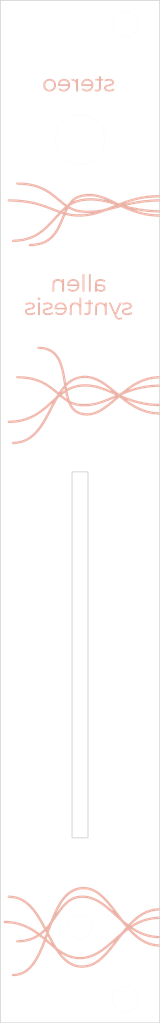
<source format=kicad_pcb>

(kicad_pcb (version 4) (host pcbnew 4.0.7)

	(general
		(links 0)
		(no_connects 0)
		(area 77.052499 41.877835 92.193313 53.630501)
		(thickness 1.6)
		(drawings 8)
		(tracks 0)
		(zones 0)
		(modules 1)
		(nets 1)
	)

	(page A4)
	(layers
		(0 F.Cu signal)
		(31 B.Cu signal)
		(32 B.Adhes user)
		(33 F.Adhes user)
		(34 B.Paste user)
		(35 F.Paste user)
		(36 B.SilkS user)
		(37 F.SilkS user)
		(38 B.Mask user)
		(39 F.Mask user)
		(40 Dwgs.User user)
		(41 Cmts.User user)
		(42 Eco1.User user)
		(43 Eco2.User user)
		(44 Edge.Cuts user)
		(45 Margin user)
		(46 B.CrtYd user)
		(47 F.CrtYd user)
		(48 B.Fab user)
		(49 F.Fab user)
	)

	(setup
		(last_trace_width 0.25)
		(trace_clearance 0.2)
		(zone_clearance 0.508)
		(zone_45_only no)
		(trace_min 0.2)
		(segment_width 0.2)
		(edge_width 0.15)
		(via_size 0.6)
		(via_drill 0.4)
		(via_min_size 0.4)
		(via_min_drill 0.3)
		(uvia_size 0.3)
		(uvia_drill 0.1)
		(uvias_allowed no)
		(uvia_min_size 0.2)
		(uvia_min_drill 0.1)
		(pcb_text_width 0.3)
		(pcb_text_size 1.5 1.5)
		(mod_edge_width 0.15)
		(mod_text_size 1 1)
		(mod_text_width 0.15)
		(pad_size 1.524 1.524)
		(pad_drill 0.762)
		(pad_to_mask_clearance 0.2)
		(aux_axis_origin 0 0)
		(visible_elements FFFFFF7F)
		(pcbplotparams
			(layerselection 0x010f0_80000001)
			(usegerberextensions false)
			(excludeedgelayer true)
			(linewidth 0.100000)
			(plotframeref false)
			(viasonmask false)
			(mode 1)
			(useauxorigin false)
			(hpglpennumber 1)
			(hpglpenspeed 20)
			(hpglpendiameter 15)
			(hpglpenoverlay 2)
			(psnegative false)
			(psa4output false)
			(plotreference true)
			(plotvalue true)
			(plotinvisibletext false)
			(padsonsilk false)
			(subtractmaskfromsilk false)
			(outputformat 1)
			(mirror false)
			(drillshape 1)
			(scaleselection 1)
			(outputdirectory gerbers/))
	)

	(net 0 "")

	(net_class Default "This is the default net class."
		(clearance 0.2)
		(trace_width 0.25)
		(via_dia 0.6)
		(via_drill 0.4)
		(uvia_dia 0.3)
		(uvia_drill 0.1)
	)
(module LOGO (layer F.Cu)
  (at 0 0)
 (fp_text reference "G***" (at 0 0) (layer F.SilkS) hide
  (effects (font (thickness 0.3)))
  )
  (fp_text value "LOGO" (at 0.75 0) (layer F.SilkS) hide
  (effects (font (thickness 0.3)))
  )
)
(module LOGO (layer F.Cu)
  (at 0 0)
 (fp_text reference "G***" (at 0 0) (layer F.SilkS) hide
  (effects (font (thickness 0.3)))
  )
  (fp_text value "LOGO" (at 0.75 0) (layer F.SilkS) hide
  (effects (font (thickness 0.3)))
  )
)
(module LOGO (layer F.Cu)
  (at 0 0)
 (fp_text reference "G***" (at 0 0) (layer F.SilkS) hide
  (effects (font (thickness 0.3)))
  )
  (fp_text value "LOGO" (at 0.75 0) (layer F.SilkS) hide
  (effects (font (thickness 0.3)))
  )
)
(module LOGO (layer F.Cu)
  (at 0 0)
 (fp_text reference "G***" (at 0 0) (layer F.SilkS) hide
  (effects (font (thickness 0.3)))
  )
  (fp_text value "LOGO" (at 0.75 0) (layer F.SilkS) hide
  (effects (font (thickness 0.3)))
  )
)
(module LOGO (layer F.Cu)
  (at 0 0)
 (fp_text reference "G***" (at 0 0) (layer F.SilkS) hide
  (effects (font (thickness 0.3)))
  )
  (fp_text value "LOGO" (at 0.75 0) (layer F.SilkS) hide
  (effects (font (thickness 0.3)))
  )
  (fp_poly (pts (xy 0.528884 47.183690) (xy 0.730065 47.193774) (xy 0.918232 47.212438) (xy 1.081283 47.239249) (xy 1.132417 47.251043) (xy 1.446185 47.346421) (xy 1.747081 47.471083) (xy 2.044793 47.629375)
     (xy 2.222500 47.740057) (xy 2.383283 47.849819) (xy 2.536140 47.964258) (xy 2.689516 48.090339) (xy 2.851858 48.235029) (xy 3.031612 48.405292) (xy 3.045426 48.418699) (xy 3.164122 48.535973)
     (xy 3.280352 48.655072) (xy 3.396622 48.779017) (xy 3.515438 48.910833) (xy 3.639306 49.053540) (xy 3.770731 49.210162) (xy 3.912219 49.383721) (xy 4.066277 49.577241) (xy 4.235409 49.793743)
     (xy 4.422121 50.036250) (xy 4.628920 50.307785) (xy 4.809827 50.547047) (xy 5.393277 51.320677) (xy 5.665263 51.543534) (xy 5.761962 51.622383) (xy 5.852379 51.695408) (xy 5.929203 51.756756)
     (xy 5.985123 51.800575) (xy 6.005782 51.816151) (xy 6.074314 51.865911) (xy 6.439699 51.507328) (xy 6.626204 51.327151) (xy 6.793114 51.172697) (xy 6.948267 51.037450) (xy 7.099503 50.914892)
     (xy 7.254660 50.798506) (xy 7.421576 50.681773) (xy 7.479313 50.642906) (xy 7.783895 50.456020) (xy 8.105736 50.289136) (xy 8.435610 50.146175) (xy 8.764290 50.031060) (xy 9.082549 49.947713)
     (xy 9.144000 49.935228) (xy 9.291968 49.909548) (xy 9.452194 49.886534) (xy 9.612148 49.867621) (xy 9.759299 49.854246) (xy 9.881116 49.847846) (xy 9.909210 49.847500) (xy 10.013768 49.847500)
     (xy 10.001250 50.133250) (xy 9.736667 50.147293) (xy 9.346444 50.189173) (xy 8.958193 50.273187) (xy 8.572318 50.399166) (xy 8.189226 50.566940) (xy 7.809322 50.776338) (xy 7.433011 51.027191)
     (xy 7.186084 51.215965) (xy 7.115276 51.275044) (xy 7.029252 51.350206) (xy 6.932534 51.437148) (xy 6.829643 51.531570) (xy 6.725103 51.629167) (xy 6.623435 51.725636) (xy 6.529163 51.816677)
     (xy 6.446808 51.897985) (xy 6.380893 51.965257) (xy 6.335940 52.014193) (xy 6.316471 52.040488) (xy 6.316369 52.043424) (xy 6.336809 52.036486) (xy 6.386407 52.010994) (xy 6.458331 51.970690)
     (xy 6.545753 51.919314) (xy 6.572866 51.902977) (xy 7.039628 51.640898) (xy 7.507417 51.420206) (xy 7.979120 51.239993) (xy 8.457623 51.099353) (xy 8.945811 50.997381) (xy 9.446571 50.933170)
     (xy 9.722241 50.913927) (xy 10.013917 50.899289) (xy 10.007584 51.045436) (xy 10.001250 51.191583) (xy 9.704917 51.204404) (xy 9.210894 51.246600) (xy 8.723716 51.330215) (xy 8.242967 51.455378)
     (xy 7.768232 51.622216) (xy 7.299097 51.830858) (xy 6.835146 52.081431) (xy 6.808751 52.097038) (xy 6.579584 52.233173) (xy 6.747791 52.341073) (xy 7.109646 52.556662) (xy 7.489203 52.751901)
     (xy 7.873844 52.920728) (xy 8.212667 53.044663) (xy 8.563868 53.149311) (xy 8.908763 53.228891) (xy 9.261057 53.285947) (xy 9.634451 53.323025) (xy 9.752542 53.330627) (xy 10.011834 53.345439)
     (xy 10.011834 53.615167) (xy 9.816042 53.615141) (xy 9.591384 53.606815) (xy 9.339333 53.583099) (xy 9.071175 53.545799) (xy 8.798199 53.496725) (xy 8.531693 53.437685) (xy 8.282945 53.370487)
     (xy 8.276167 53.368452) (xy 7.893568 53.237590) (xy 7.500948 53.073545) (xy 7.107645 52.880778) (xy 6.723001 52.663750) (xy 6.479551 52.510139) (xy 6.408889 52.465508) (xy 6.352106 52.433356)
     (xy 6.317784 52.418377) (xy 6.311963 52.418481) (xy 6.322610 52.436268) (xy 6.358948 52.479228) (xy 6.416680 52.542656) (xy 6.491507 52.621848) (xy 6.579129 52.712099) (xy 6.595163 52.728381)
     (xy 6.943671 53.063644) (xy 7.288126 53.358277) (xy 7.630838 53.613502) (xy 7.974119 53.830540) (xy 8.320280 54.010614) (xy 8.671631 54.154945) (xy 9.030484 54.264754) (xy 9.399149 54.341265)
     (xy 9.720792 54.380929) (xy 10.011834 54.406253) (xy 10.011834 54.673500) (xy 9.873416 54.673500) (xy 9.570912 54.657366) (xy 9.250935 54.610434) (xy 8.922525 54.534909) (xy 8.594722 54.432996)
     (xy 8.276565 54.306899) (xy 8.170843 54.258262) (xy 7.884085 54.110782) (xy 7.607664 53.946272) (xy 7.336325 53.760805) (xy 7.064814 53.550450) (xy 6.787877 53.311281) (xy 6.500261 53.039367)
     (xy 6.378439 52.917917) (xy 6.057627 52.593645) (xy 5.923355 52.695503) (xy 5.809828 52.781651) (xy 5.714273 52.855018) (xy 5.632667 52.919857) (xy 5.560984 52.980420) (xy 5.495200 53.040959)
     (xy 5.431293 53.105727) (xy 5.365236 53.178976) (xy 5.293005 53.264959) (xy 5.210578 53.367926) (xy 5.113928 53.492132) (xy 4.999033 53.641829) (xy 4.878256 53.799830) (xy 4.651705 54.095454)
     (xy 4.447709 54.359880) (xy 4.263803 54.596060) (xy 4.097523 54.806946) (xy 3.946404 54.995488) (xy 3.807982 55.164638) (xy 3.679792 55.317348) (xy 3.559371 55.456569) (xy 3.444254 55.585252)
     (xy 3.331976 55.706350) (xy 3.220073 55.822814) (xy 3.106082 55.937595) (xy 3.034680 56.007838) (xy 2.866037 56.169592) (xy 2.716142 56.306453) (xy 2.576220 56.425689) (xy 2.437494 56.534572)
     (xy 2.291187 56.640370) (xy 2.177623 56.717783) (xy 1.836663 56.923344) (xy 1.491690 57.086874) (xy 1.141929 57.208551) (xy 0.786600 57.288553) (xy 0.424925 57.327058) (xy 0.056126 57.324244)
     (xy -0.296333 57.284313) (xy -0.624907 57.210855) (xy -0.945352 57.098456) (xy -1.258210 56.946705) (xy -1.564020 56.755192) (xy -1.863322 56.523504) (xy -2.156657 56.251233) (xy -2.444564 55.937966)
     (xy -2.727583 55.583294) (xy -2.761162 55.536037) (xy -2.390377 55.536037) (xy -2.383972 55.556122) (xy -2.354422 55.599265) (xy -2.304825 55.661735) (xy -2.238273 55.739798) (xy -2.157863 55.829724)
     (xy -2.066690 55.927778) (xy -1.967848 56.030231) (xy -1.957916 56.040316) (xy -1.671719 56.305623) (xy -1.376101 56.531233) (xy -1.071942 56.716656) (xy -0.760120 56.861404) (xy -0.441513 56.964985)
     (xy -0.211666 57.013270) (xy -0.082001 57.027975) (xy 0.075603 57.035819) (xy 0.249437 57.037122) (xy 0.427793 57.032203) (xy 0.598965 57.021378) (xy 0.751242 57.004968) (xy 0.870576 56.983839)
     (xy 1.163586 56.901023) (xy 1.451722 56.789545) (xy 1.736985 56.647938) (xy 2.021372 56.474731) (xy 2.306883 56.268458) (xy 2.595518 56.027648) (xy 2.889276 55.750833) (xy 3.190155 55.436545)
     (xy 3.500156 55.083315) (xy 3.568296 55.002016) (xy 3.664277 54.885710) (xy 3.763745 54.763563) (xy 3.863479 54.639691) (xy 3.960259 54.518216) (xy 4.050867 54.403255) (xy 4.132081 54.298929)
     (xy 4.200683 54.209355) (xy 4.253453 54.138654) (xy 4.287171 54.090944) (xy 4.298618 54.070345) (xy 4.296387 54.070526) (xy 4.273768 54.088223) (xy 4.223839 54.129522) (xy 4.151370 54.190401)
     (xy 4.061130 54.266842) (xy 3.957890 54.354825) (xy 3.885411 54.416864) (xy 3.761079 54.522712) (xy 3.632339 54.630976) (xy 3.507585 54.734691) (xy 3.395209 54.826893) (xy 3.303604 54.900620)
     (xy 3.279146 54.919878) (xy 2.888066 55.211577) (xy 2.509772 55.465004) (xy 2.141519 55.681268) (xy 1.780564 55.861479) (xy 1.424160 56.006747) (xy 1.069563 56.118180) (xy 0.714028 56.196888)
     (xy 0.354810 56.243980) (xy -0.010835 56.260566) (xy -0.038126 56.260612) (xy -0.432819 56.241597) (xy -0.819007 56.184978) (xy -1.199466 56.089902) (xy -1.576970 55.955514) (xy -1.954297 55.780959)
     (xy -2.334221 55.565383) (xy -2.370544 55.542743) (xy -2.390377 55.536037) (xy -2.761162 55.536037) (xy -2.956213 55.261541) (xy -3.009446 55.183708) (xy -3.055846 55.119301) (xy -3.100832 55.062801)
     (xy -3.149819 55.008690) (xy -3.208226 54.951450) (xy -3.281469 54.885561) (xy -3.374966 54.805506) (xy -3.494133 54.705765) (xy -3.535819 54.671079) (xy -3.660840 54.566779) (xy -3.786219 54.461579)
     (xy -3.904706 54.361606) (xy -4.009051 54.272987) (xy -4.092004 54.201850) (xy -4.125861 54.172416) (xy -4.198239 54.111499) (xy -4.259400 54.064725) (xy -4.302411 54.037093) (xy -4.319787 54.032628)
     (xy -4.332235 54.056970) (xy -4.356876 54.114053) (xy -4.390893 54.197034) (xy -4.431470 54.299071) (xy -4.465442 54.386401) (xy -4.669073 54.894176) (xy -4.872897 55.360910) (xy -5.077637 55.787891)
     (xy -5.284014 56.176410) (xy -5.492752 56.527754) (xy -5.704571 56.843213) (xy -5.920196 57.124076) (xy -6.135960 57.367065) (xy -6.400169 57.621356) (xy -6.667415 57.835422) (xy -6.941458 58.011364)
     (xy -7.226061 58.151285) (xy -7.524984 58.257286) (xy -7.841989 58.331469) (xy -7.870812 58.336533) (xy -7.986890 58.353280) (xy -8.109826 58.365754) (xy -8.230105 58.373542) (xy -8.338213 58.376230)
     (xy -8.424635 58.373404) (xy -8.479857 58.364650) (xy -8.483909 58.363192) (xy -8.519965 58.328487) (xy -8.538497 58.270145) (xy -8.535427 58.204673) (xy -8.528443 58.183005) (xy -8.516811 58.157339)
     (xy -8.502081 58.138410) (xy -8.477686 58.124446) (xy -8.437059 58.113673) (xy -8.373631 58.104319) (xy -8.280837 58.094610) (xy -8.159750 58.083466) (xy -7.866662 58.044237) (xy -7.598827 57.980213)
     (xy -7.344829 57.887756) (xy -7.093253 57.763229) (xy -7.016750 57.719194) (xy -6.777543 57.559494) (xy -6.544716 57.367469) (xy -6.317632 57.142128) (xy -6.095657 56.882478) (xy -5.878154 56.587528)
     (xy -5.664487 56.256287) (xy -5.454021 55.887763) (xy -5.246119 55.480964) (xy -5.040146 55.034899) (xy -4.835466 54.548576) (xy -4.631444 54.021004) (xy -4.612455 53.969740) (xy -4.551922 53.805731)
     (xy -4.679416 53.701849) (xy -4.207856 53.701849) (xy -4.194053 53.717747) (xy -4.153945 53.756147) (xy -4.093314 53.811941) (xy -4.017942 53.880016) (xy -3.933611 53.955263) (xy -3.846104 54.032572)
     (xy -3.761202 54.106831) (xy -3.684689 54.172930) (xy -3.622345 54.225759) (xy -3.579953 54.260207) (xy -3.563596 54.271273) (xy -3.572103 54.253834) (xy -3.597520 54.205809) (xy -3.636355 54.133706)
     (xy -3.685116 54.044032) (xy -3.708393 54.001458) (xy -3.770031 53.888097) (xy -3.832479 53.771868) (xy -3.888941 53.665502) (xy -3.932625 53.581728) (xy -3.937177 53.572833) (xy -3.990145 53.469691)
     (xy -4.028051 53.402580) (xy -4.055582 53.370088) (xy -4.077425 53.370799) (xy -4.098266 53.403301) (xy -4.122791 53.466181) (xy -4.139095 53.511926) (xy -4.167807 53.592213) (xy -4.191128 53.656795)
     (xy -4.205429 53.695651) (xy -4.207856 53.701849) (xy -4.679416 53.701849) (xy -4.818236 53.588740) (xy -4.908852 53.515285) (xy -4.988119 53.451746) (xy -5.050191 53.402751) (xy -5.089222 53.372930)
     (xy -5.099509 53.366005) (xy -5.122595 53.373987) (xy -5.173686 53.400031) (xy -5.244818 53.439874) (xy -5.314193 53.480867) (xy -5.693412 53.685214) (xy -6.092312 53.852415) (xy -6.509582 53.982086)
     (xy -6.943912 54.073846) (xy -7.393993 54.127310) (xy -7.558381 54.137054) (xy -7.673150 54.140972) (xy -7.776932 54.142433) (xy -7.860388 54.141456) (xy -7.914179 54.138061) (xy -7.924254 54.136309)
     (xy -7.979937 54.103177) (xy -8.009169 54.045228) (xy -8.007353 53.973904) (xy -7.999276 53.949672) (xy -7.988687 53.925757) (xy -7.975616 53.907537) (xy -7.954346 53.893788) (xy -7.919159 53.883285)
     (xy -7.864337 53.874804) (xy -7.784163 53.867121) (xy -7.672920 53.859011) (xy -7.532664 53.849758) (xy -7.135837 53.811491) (xy -6.767936 53.749285) (xy -6.421592 53.660992) (xy -6.089435 53.544461)
     (xy -5.764095 53.397545) (xy -5.508625 53.259492) (xy -5.443982 53.220180) (xy -5.396858 53.187798) (xy -5.389862 53.181250) (xy -4.867091 53.181250) (xy -4.813281 53.221160) (xy -4.772753 53.252743)
     (xy -4.710827 53.302738) (xy -4.638462 53.362262) (xy -4.609639 53.386255) (xy -4.542878 53.439083) (xy -4.487984 53.477029) (xy -4.452834 53.494919) (xy -4.444914 53.494512) (xy -4.432380 53.469104)
     (xy -4.408954 53.412012) (xy -4.377880 53.331458) (xy -4.342404 53.235658) (xy -4.339047 53.226406) (xy -4.248072 52.975229) (xy -4.258654 52.955666) (xy -3.937567 52.955666) (xy -3.733624 53.343624)
     (xy -3.620452 53.557961) (xy -3.521105 53.743775) (xy -3.430429 53.910384) (xy -3.343270 54.067103) (xy -3.254474 54.223253) (xy -3.158887 54.388148) (xy -3.104559 54.480832) (xy -2.912936 54.806748)
     (xy -2.678190 54.981315) (xy -2.297428 55.246042) (xy -1.922184 55.469439) (xy -1.551106 55.651949) (xy -1.182842 55.794016) (xy -0.816040 55.896082) (xy -0.449349 55.958590) (xy -0.081416 55.981984)
     (xy 0.289110 55.966705) (xy 0.320549 55.963659) (xy 0.704781 55.907077) (xy 1.082024 55.815143) (xy 1.455746 55.686554) (xy 1.829412 55.520009) (xy 2.206487 55.314208) (xy 2.442678 55.166866)
     (xy 2.593795 55.065619) (xy 2.749467 54.955845) (xy 2.912835 54.835022) (xy 3.087038 54.700629) (xy 3.275218 54.550144) (xy 3.480513 54.381044) (xy 3.706064 54.190808) (xy 3.955012 53.976915)
     (xy 4.230496 53.736843) (xy 4.307255 53.669473) (xy 4.443132 53.550235) (xy 4.579282 53.431072) (xy 4.709629 53.317280) (xy 4.828094 53.214155) (xy 4.928600 53.126995) (xy 5.005069 53.061096)
     (xy 5.020839 53.047608) (xy 5.158084 52.920147) (xy 5.309581 52.760535) (xy 5.470169 52.574241) (xy 5.488352 52.552129) (xy 5.750443 52.231937) (xy 5.459527 51.870053) (xy 5.363240 51.752953)
     (xy 5.264595 51.637708) (xy 5.170371 51.531904) (xy 5.087346 51.443123) (xy 5.022300 51.378950) (xy 5.013528 51.371043) (xy 4.960098 51.323546) (xy 4.880261 51.252236) (xy 4.779063 51.161636)
     (xy 4.661551 51.056270) (xy 4.532770 50.940659) (xy 4.397764 50.819327) (xy 4.310632 50.740948) (xy 4.057570 50.514165) (xy 3.831563 50.313801) (xy 3.629104 50.136979) (xy 3.446685 49.980827)
     (xy 3.280800 49.842467) (xy 3.127942 49.719025) (xy 2.984604 49.607626) (xy 2.847278 49.505394) (xy 2.712459 49.409455) (xy 2.576640 49.316933) (xy 2.561167 49.306627) (xy 2.190290 49.078323)
     (xy 1.825738 48.891007) (xy 1.465743 48.744112) (xy 1.108539 48.637073) (xy 0.752355 48.569325) (xy 0.395426 48.540302) (xy 0.169334 48.541649) (xy -0.152102 48.569798) (xy -0.452232 48.629422)
     (xy -0.735438 48.722453) (xy -1.006102 48.850823) (xy -1.268603 49.016465) (xy -1.527324 49.221313) (xy -1.672519 49.354189) (xy -1.794309 49.474162) (xy -1.912236 49.597625) (xy -2.029756 49.728873)
     (xy -2.150324 49.872201) (xy -2.277397 50.031902) (xy -2.414431 50.212273) (xy -2.564881 50.417606) (xy -2.732203 50.652198) (xy -2.835995 50.800000) (xy -2.931990 50.937025) (xy -3.031565 51.078626)
     (xy -3.128456 51.215934) (xy -3.216400 51.340078) (xy -3.289132 51.442188) (xy -3.314329 51.477333) (xy -3.360460 51.541878) (xy -3.399892 51.599063) (xy -3.434674 51.653515) (xy -3.466852 51.709862)
     (xy -3.498475 51.772732) (xy -3.531591 51.846752) (xy -3.568247 51.936550) (xy -3.610493 52.046754) (xy -3.660376 52.181991) (xy -3.719944 52.346890) (xy -3.791245 52.546077) (xy -3.807726 52.592208)
     (xy -3.937567 52.955666) (xy -4.258654 52.955666) (xy -4.368136 52.753275) (xy -4.617613 52.967262) (xy -4.867091 53.181250) (xy -5.389862 53.181250) (xy -5.376534 53.168777) (xy -5.376333 53.167820)
     (xy -5.392642 53.150423) (xy -5.437043 53.114316) (xy -5.502748 53.064778) (xy -5.582708 53.007277) (xy -6.040162 52.705888) (xy -6.497432 52.446310) (xy -6.955646 52.228042) (xy -7.415937 52.050582)
     (xy -7.879432 51.913428) (xy -8.212666 51.839941) (xy -8.390234 51.807924) (xy -8.550445 51.783181) (xy -8.706682 51.764186) (xy -8.872326 51.749419) (xy -9.060763 51.737357) (xy -9.158784 51.732297)
     (xy -9.294071 51.725388) (xy -9.393456 51.719135) (xy -9.463338 51.712532) (xy -9.510115 51.704574) (xy -9.540186 51.694257) (xy -9.559950 51.680576) (xy -9.571935 51.667406) (xy -9.605093 51.606251)
     (xy -9.599566 51.546055) (xy -9.565797 51.490771) (xy -9.538924 51.461450) (xy -9.508053 51.444693) (xy -9.461078 51.437058) (xy -9.385897 51.435102) (xy -9.370005 51.435086) (xy -9.098838 51.443733)
     (xy -8.801998 51.468224) (xy -8.492320 51.506818) (xy -8.182640 51.557770) (xy -7.885793 51.619339) (xy -7.730343 51.657702) (xy -7.301154 51.788843) (xy -6.865649 51.957086) (xy -6.430324 52.159187)
     (xy -6.001676 52.391898) (xy -5.586200 52.651975) (xy -5.226072 52.908908) (xy -5.107560 52.998888) (xy -4.970215 52.888985) (xy -4.890943 52.823540) (xy -4.796804 52.742833) (xy -4.703747 52.660623)
     (xy -4.669862 52.629908) (xy -4.574150 52.542317) (xy -4.139623 52.542317) (xy -4.135392 52.566796) (xy -4.126400 52.588449) (xy -4.118310 52.591154) (xy -4.106020 52.568663) (xy -4.084427 52.514725)
     (xy -4.076729 52.494958) (xy -4.056445 52.440305) (xy -4.052385 52.418085) (xy -4.064318 52.421726) (xy -4.074443 52.429717) (xy -4.122263 52.485340) (xy -4.139623 52.542317) (xy -4.574150 52.542317)
     (xy -4.506855 52.480733) (xy -4.700581 52.121908) (xy -4.949229 51.672883) (xy -5.189554 51.262953) (xy -5.423172 50.890062) (xy -5.651698 50.552156) (xy -5.876749 50.247178) (xy -6.099941 49.973074)
     (xy -6.322889 49.727788) (xy -6.547209 49.509266) (xy -6.774517 49.315450) (xy -7.006429 49.144287) (xy -7.080250 49.095023) (xy -7.388338 48.914457) (xy -7.700937 48.772390) (xy -8.024355 48.666754)
     (xy -8.364898 48.595478) (xy -8.720090 48.557049) (xy -8.836744 48.548955) (xy -8.918650 48.541211) (xy -8.973354 48.532304) (xy -9.008401 48.520719) (xy -9.031335 48.504942) (xy -9.042881 48.492267)
     (xy -9.075713 48.432261) (xy -9.070889 48.373021) (xy -9.034238 48.312729) (xy -8.987976 48.253917) (xy -8.743196 48.267175) (xy -8.367535 48.304940) (xy -8.006113 48.377269) (xy -7.657682 48.484976)
     (xy -7.320993 48.628877) (xy -6.994796 48.809785) (xy -6.677843 49.028515) (xy -6.368884 49.285882) (xy -6.066670 49.582701) (xy -5.769953 49.919786) (xy -5.477482 50.297951) (xy -5.346401 50.482500)
     (xy -5.215665 50.677538) (xy -5.072023 50.903128) (xy -4.920251 51.151360) (xy -4.765124 51.414322) (xy -4.611417 51.684101) (xy -4.506439 51.874208) (xy -4.444765 51.986309) (xy -4.389561 52.084479)
     (xy -4.344100 52.163073) (xy -4.311654 52.216450) (xy -4.295495 52.238965) (xy -4.294715 52.239333) (xy -4.276740 52.223816) (xy -4.237571 52.181401) (xy -4.182398 52.118298) (xy -4.116412 52.040713)
     (xy -4.044805 51.954853) (xy -3.972767 51.866926) (xy -3.905491 51.783140) (xy -3.848167 51.709702) (xy -3.816782 51.667833) (xy -3.771325 51.594668) (xy -3.718907 51.492735) (xy -3.665224 51.373663)
     (xy -3.630134 51.286833) (xy -3.414922 50.750614) (xy -3.310823 50.514250) (xy -3.005666 50.514250) (xy -2.995083 50.524833) (xy -2.984500 50.514250) (xy -2.995083 50.503667) (xy -3.005666 50.514250)
     (xy -3.310823 50.514250) (xy -3.296820 50.482455) (xy -2.975753 50.482455) (xy -2.975395 50.482500) (xy -2.961257 50.466287) (xy -2.926984 50.421654) (xy -2.877073 50.354605) (xy -2.816025 50.271148)
     (xy -2.785568 50.229076) (xy -2.532618 49.890414) (xy -2.289457 49.590079) (xy -2.053411 49.325944) (xy -1.821804 49.095880) (xy -1.591960 48.897757) (xy -1.361205 48.729449) (xy -1.126861 48.588825)
     (xy -0.886254 48.473757) (xy -0.636709 48.382118) (xy -0.375671 48.311805) (xy -0.265019 48.293293) (xy -0.122308 48.279048) (xy 0.042383 48.269256) (xy 0.218975 48.264104) (xy 0.397392 48.263780)
     (xy 0.567555 48.268470) (xy 0.719385 48.278360) (xy 0.817732 48.289677) (xy 1.124227 48.346771) (xy 1.427819 48.428459) (xy 1.731209 48.536227) (xy 2.037096 48.671560) (xy 2.348182 48.835946)
     (xy 2.667166 49.030869) (xy 2.996750 49.257817) (xy 3.339633 49.518274) (xy 3.698516 49.813728) (xy 3.892320 49.981657) (xy 4.012105 50.086910) (xy 4.101996 50.164957) (xy 4.163818 50.216628)
     (xy 4.199394 50.242751) (xy 4.210551 50.244156) (xy 4.199113 50.221672) (xy 4.166905 50.176128) (xy 4.115753 50.108353) (xy 4.086218 50.069750) (xy 3.785501 49.685461) (xy 3.500076 49.338179)
     (xy 3.228041 49.026227) (xy 2.967496 48.747927) (xy 2.716539 48.501600) (xy 2.473271 48.285569) (xy 2.235788 48.098156) (xy 2.002192 47.937684) (xy 1.770581 47.802473) (xy 1.539054 47.690848)
     (xy 1.305710 47.601129) (xy 1.279528 47.592419) (xy 0.954641 47.507926) (xy 0.624166 47.464562) (xy 0.291534 47.462094) (xy -0.039823 47.500289) (xy -0.366475 47.578915) (xy -0.684989 47.697740)
     (xy -0.756048 47.730403) (xy -1.030641 47.879639) (xy -1.293812 48.060849) (xy -1.546795 48.275442) (xy -1.790825 48.524829) (xy -2.027135 48.810418) (xy -2.256962 49.133619) (xy -2.481537 49.495843)
     (xy -2.702098 49.898498) (xy -2.767768 50.027591) (xy -2.846917 50.187372) (xy -2.907719 50.313688) (xy -2.949744 50.405600) (xy -2.972565 50.462168) (xy -2.975753 50.482455) (xy -3.296820 50.482455)
     (xy -3.196988 50.255780) (xy -2.975534 49.801429) (xy -2.749764 49.386655) (xy -2.518879 49.010556) (xy -2.282081 48.672228) (xy -2.038574 48.370767) (xy -1.787560 48.105269) (xy -1.528240 47.874830)
     (xy -1.259818 47.678547) (xy -0.981497 47.515515) (xy -0.692477 47.384832) (xy -0.391962 47.285593) (xy -0.079155 47.216894) (xy -0.031750 47.209264) (xy 0.135877 47.191000) (xy 0.326788 47.182621)
     (xy 0.528884 47.183690) )(layer B.SilkS) (width  0.010000)
  )
  (fp_poly (pts (xy -5.101635 -20.719734) (xy -4.985066 -20.715572) (xy -4.618781 -20.683293) (xy -4.275825 -20.615759) (xy -3.956101 -20.512898) (xy -3.659510 -20.374640) (xy -3.385954 -20.200913) (xy -3.135333 -19.991647)
     (xy -2.907550 -19.746769) (xy -2.702505 -19.466209) (xy -2.520101 -19.149896) (xy -2.374024 -18.831695) (xy -2.295279 -18.628202) (xy -2.221190 -18.411325) (xy -2.150876 -18.177348) (xy -2.083456 -17.922557)
     (xy -2.018048 -17.643236) (xy -1.953770 -17.335672) (xy -1.889741 -16.996148) (xy -1.825080 -16.620952) (xy -1.773812 -16.302249) (xy -1.746250 -16.126249) (xy -1.598083 -16.255731) (xy -1.304302 -16.485124)
     (xy -0.991454 -16.677746) (xy -0.662151 -16.833189) (xy -0.319003 -16.951044) (xy 0.035380 -17.030903) (xy 0.398385 -17.072356) (xy 0.767404 -17.074996) (xy 1.139824 -17.038414) (xy 1.513036 -16.962201)
     (xy 1.884429 -16.845950) (xy 1.968500 -16.813828) (xy 2.165526 -16.731173) (xy 2.361811 -16.638630) (xy 2.560538 -16.534064) (xy 2.764889 -16.415339) (xy 2.978048 -16.280321) (xy 3.203196 -16.126875)
     (xy 3.443517 -15.952865) (xy 3.702192 -15.756156) (xy 3.982404 -15.534614) (xy 4.287336 -15.286103) (xy 4.462618 -15.140593) (xy 4.572186 -15.049801) (xy 4.671445 -14.968833) (xy 4.755665 -14.901443)
     (xy 4.820116 -14.851385) (xy 4.860070 -14.822413) (xy 4.870714 -14.816667) (xy 4.932768 -14.830583) (xy 5.020693 -14.870311) (xy 5.129374 -14.932817) (xy 5.253695 -15.015068) (xy 5.388542 -15.114033)
     (xy 5.439834 -15.154084) (xy 5.798694 -15.432074) (xy 6.136488 -15.679177) (xy 6.457803 -15.898185) (xy 6.767225 -16.091887) (xy 7.069340 -16.263073) (xy 7.368736 -16.414534) (xy 7.669998 -16.549058)
     (xy 7.855847 -16.623686) (xy 8.182563 -16.737989) (xy 8.522829 -16.835414) (xy 8.867145 -16.914041) (xy 9.206009 -16.971946) (xy 9.529921 -17.007208) (xy 9.805329 -17.018000) (xy 10.011834 -17.018000)
     (xy 10.011834 -16.742833) (xy 9.890125 -16.742761) (xy 9.610509 -16.731056) (xy 9.306082 -16.697631) (xy 8.987057 -16.644548) (xy 8.663642 -16.573871) (xy 8.346050 -16.487663) (xy 8.044490 -16.387988)
     (xy 7.941056 -16.348906) (xy 7.767965 -16.276593) (xy 7.572821 -16.187605) (xy 7.368847 -16.088494) (xy 7.169264 -15.985814) (xy 6.987294 -15.886118) (xy 6.879167 -15.822644) (xy 6.787547 -15.765763)
     (xy 6.684710 -15.700092) (xy 6.576287 -15.629437) (xy 6.467909 -15.557603) (xy 6.365206 -15.488394) (xy 6.273811 -15.425617) (xy 6.199353 -15.373076) (xy 6.147465 -15.334576) (xy 6.123777 -15.313924)
     (xy 6.123069 -15.311709) (xy 6.145444 -15.314212) (xy 6.197521 -15.328119) (xy 6.269118 -15.350635) (xy 6.288218 -15.357059) (xy 6.744158 -15.500397) (xy 7.218119 -15.626957) (xy 7.701974 -15.735312)
     (xy 8.187598 -15.824034) (xy 8.666866 -15.891697) (xy 9.131652 -15.936874) (xy 9.573830 -15.958138) (xy 9.719731 -15.959667) (xy 10.011834 -15.959667) (xy 10.011834 -15.691155) (xy 9.625406 -15.677196)
     (xy 9.036822 -15.641789) (xy 8.461209 -15.577847) (xy 7.892711 -15.484086) (xy 7.325475 -15.359223) (xy 6.753643 -15.201975) (xy 6.171363 -15.011058) (xy 5.593492 -14.793469) (xy 5.452395 -14.735632)
     (xy 5.349027 -14.689519) (xy 5.280858 -14.653764) (xy 5.245358 -14.627000) (xy 5.239997 -14.607862) (xy 5.242955 -14.604214) (xy 5.273712 -14.586737) (xy 5.338942 -14.557300) (xy 5.433184 -14.517988)
     (xy 5.550975 -14.470886) (xy 5.686853 -14.418080) (xy 5.835357 -14.361656) (xy 5.991024 -14.303697) (xy 6.148393 -14.246291) (xy 6.302001 -14.191522) (xy 6.446386 -14.141475) (xy 6.519334 -14.116902)
     (xy 7.052247 -13.953400) (xy 7.588073 -13.815939) (xy 8.120858 -13.705571) (xy 8.644650 -13.623344) (xy 9.153496 -13.570311) (xy 9.641442 -13.547520) (xy 9.751481 -13.546667) (xy 10.011834 -13.546667)
     (xy 10.011834 -13.250333) (xy 9.911292 -13.250346) (xy 9.818312 -13.252185) (xy 9.692549 -13.257282) (xy 9.543376 -13.265031) (xy 9.380167 -13.274826) (xy 9.212294 -13.286062) (xy 9.049131 -13.298134)
     (xy 8.900052 -13.310437) (xy 8.774430 -13.322364) (xy 8.741834 -13.325878) (xy 8.203347 -13.399762) (xy 7.668478 -13.501179) (xy 7.129252 -13.631978) (xy 6.577689 -13.794006) (xy 6.244766 -13.904476)
     (xy 6.127683 -13.944370) (xy 6.025094 -13.978341) (xy 5.943385 -14.004356) (xy 5.888946 -14.020380) (xy 5.868197 -14.024420) (xy 5.881079 -14.009876) (xy 5.921750 -13.976497) (xy 5.983331 -13.929735)
     (xy 6.036580 -13.890967) (xy 6.496472 -13.579911) (xy 6.952836 -13.308209) (xy 7.404606 -13.076406) (xy 7.850714 -12.885042) (xy 8.290091 -12.734663) (xy 8.337997 -12.720638) (xy 8.598576 -12.652696)
     (xy 8.872012 -12.594208) (xy 9.147382 -12.546890) (xy 9.413763 -12.512459) (xy 9.660232 -12.492631) (xy 9.816042 -12.488359) (xy 10.011834 -12.488333) (xy 10.011834 -12.192000) (xy 9.943042 -12.192186)
     (xy 9.858670 -12.194772) (xy 9.743280 -12.201547) (xy 9.607872 -12.211565) (xy 9.463448 -12.223881) (xy 9.321010 -12.237549) (xy 9.191560 -12.251624) (xy 9.086100 -12.265160) (xy 9.074876 -12.266808)
     (xy 8.597726 -12.357590) (xy 8.124865 -12.486787) (xy 7.654622 -12.655091) (xy 7.185322 -12.863193) (xy 6.715293 -13.111785) (xy 6.242860 -13.401561) (xy 6.099020 -13.497573) (xy 5.930628 -13.614814)
     (xy 5.741647 -13.751053) (xy 5.543607 -13.897716) (xy 5.350866 -14.044083) (xy 5.820834 -14.044083) (xy 5.831417 -14.033500) (xy 5.842000 -14.044083) (xy 5.831417 -14.054667) (xy 5.820834 -14.044083)
     (xy 5.350866 -14.044083) (xy 5.348041 -14.046228) (xy 5.166478 -14.188014) (xy 5.111750 -14.231745) (xy 4.942417 -14.367959) (xy 4.815417 -14.257049) (xy 4.477551 -13.964751) (xy 4.166265 -13.701440)
     (xy 3.879072 -13.465327) (xy 3.613483 -13.254620) (xy 3.367013 -13.067530) (xy 3.137175 -12.902267) (xy 2.921480 -12.757041) (xy 2.717442 -12.630061) (xy 2.522575 -12.519538) (xy 2.334390 -12.423682)
     (xy 2.156408 -12.343244) (xy 1.802665 -12.214220) (xy 1.447387 -12.125974) (xy 1.092566 -12.078569) (xy 0.740196 -12.072071) (xy 0.392269 -12.106545) (xy 0.050778 -12.182055) (xy -0.201961 -12.266443)
     (xy -0.447479 -12.383196) (xy -0.678206 -12.537867) (xy -0.891619 -12.727853) (xy -1.085197 -12.950555) (xy -1.256418 -13.203374) (xy -1.402760 -13.483709) (xy -1.418195 -13.518381) (xy -1.097895 -13.518381)
     (xy -1.054157 -13.431982) (xy -0.964921 -13.280290) (xy -0.849147 -13.120759) (xy -0.717012 -12.966621) (xy -0.623263 -12.871877) (xy -0.426923 -12.711407) (xy -0.209077 -12.582220) (xy 0.032445 -12.483577)
     (xy 0.299810 -12.414738) (xy 0.595187 -12.374964) (xy 0.867834 -12.363466) (xy 1.018103 -12.364535) (xy 1.141893 -12.370517) (xy 1.254911 -12.382791) (xy 1.372864 -12.402735) (xy 1.418167 -12.411771)
     (xy 1.680408 -12.477756) (xy 1.945575 -12.569277) (xy 2.216727 -12.687987) (xy 2.496920 -12.835538) (xy 2.789211 -13.013585) (xy 3.096658 -13.223779) (xy 3.422318 -13.467773) (xy 3.534048 -13.555787)
     (xy 3.613286 -13.619677) (xy 3.706593 -13.696148) (xy 3.809223 -13.781178) (xy 3.916433 -13.870748) (xy 4.023477 -13.960837) (xy 4.125611 -14.047426) (xy 4.218089 -14.126494) (xy 4.296167 -14.194021)
     (xy 4.355101 -14.245987) (xy 4.390144 -14.278371) (xy 4.397646 -14.287500) (xy 4.376219 -14.279436) (xy 4.322981 -14.257209) (xy 4.244843 -14.223763) (xy 4.148717 -14.182044) (xy 4.094126 -14.158150)
     (xy 3.619961 -13.956696) (xy 3.174760 -13.781747) (xy 2.755129 -13.632512) (xy 2.357670 -13.508201) (xy 1.978990 -13.408023) (xy 1.615693 -13.331190) (xy 1.264384 -13.276909) (xy 0.921667 -13.244392)
     (xy 0.584147 -13.232848) (xy 0.248429 -13.241487) (xy 0.174611 -13.246009) (xy -0.074805 -13.267163) (xy -0.294395 -13.295899) (xy -0.496333 -13.334476) (xy -0.692790 -13.385154) (xy -0.861156 -13.438278)
     (xy -1.097895 -13.518381) (xy -1.418195 -13.518381) (xy -1.419877 -13.522157) (xy -1.458096 -13.606976) (xy -1.491373 -13.675890) (xy -1.515515 -13.720500) (xy -1.525097 -13.732951) (xy -1.569941 -13.756766)
     (xy -1.642500 -13.802242) (xy -1.736935 -13.865226) (xy -1.847409 -13.941564) (xy -1.968085 -14.027104) (xy -2.093126 -14.117692) (xy -2.216692 -14.209174) (xy -2.332948 -14.297398) (xy -2.436054 -14.378211)
     (xy -2.465916 -14.402315) (xy -2.529416 -14.454027) (xy -2.656416 -14.349704) (xy -2.689051 -14.321901) (xy -2.720020 -14.292479) (xy -2.750995 -14.258574) (xy -2.783649 -14.217319) (xy -2.819652 -14.165851)
     (xy -2.860677 -14.101304) (xy -2.908396 -14.020813) (xy -2.964480 -13.921513) (xy -3.030601 -13.800539) (xy -3.108432 -13.655026) (xy -3.199643 -13.482109) (xy -3.305907 -13.278922) (xy -3.428895 -13.042600)
     (xy -3.507887 -12.890500) (xy -3.664819 -12.589000) (xy -3.805008 -12.321593) (xy -3.930589 -12.084483) (xy -4.043701 -11.873875) (xy -4.146481 -11.685973) (xy -4.241064 -11.516979) (xy -4.329589 -11.363099)
     (xy -4.414192 -11.220535) (xy -4.497009 -11.085491) (xy -4.580179 -10.954173) (xy -4.665837 -10.822782) (xy -4.705345 -10.763250) (xy -4.977225 -10.377896) (xy -5.252293 -10.033136) (xy -5.532369 -9.727249)
     (xy -5.819275 -9.458519) (xy -6.114831 -9.225227) (xy -6.420860 -9.025654) (xy -6.709833 -8.871969) (xy -7.043374 -8.729314) (xy -7.375270 -8.622874) (xy -7.717665 -8.549301) (xy -8.022166 -8.510465)
     (xy -8.165736 -8.497849) (xy -8.273709 -8.490480) (xy -8.352543 -8.488753) (xy -8.408697 -8.493065) (xy -8.448627 -8.503813) (xy -8.478793 -8.521395) (xy -8.499379 -8.539788) (xy -8.542971 -8.603518)
     (xy -8.544314 -8.665959) (xy -8.503426 -8.728163) (xy -8.502768 -8.728823) (xy -8.478991 -8.749114) (xy -8.449747 -8.763538) (xy -8.406952 -8.773640) (xy -8.342519 -8.780965) (xy -8.248363 -8.787056)
     (xy -8.179976 -8.790489) (xy -7.804628 -8.826258) (xy -7.447768 -8.897483) (xy -7.106922 -9.005272) (xy -6.779613 -9.150738) (xy -6.463365 -9.334992) (xy -6.155701 -9.559143) (xy -5.854147 -9.824304)
     (xy -5.835201 -9.842500) (xy -5.647732 -10.032113) (xy -5.465292 -10.234932) (xy -5.285659 -10.454214) (xy -5.106614 -10.693213) (xy -4.925936 -10.955184) (xy -4.741405 -11.243383) (xy -4.550800 -11.561065)
     (xy -4.351902 -11.911483) (xy -4.142490 -12.297895) (xy -4.081002 -12.414250) (xy -3.937763 -12.687277) (xy -3.814340 -12.923806) (xy -3.710371 -13.124552) (xy -3.625496 -13.290232) (xy -3.559351 -13.421563)
     (xy -3.511576 -13.519259) (xy -3.481807 -13.584038) (xy -3.469684 -13.616616) (xy -3.471572 -13.620603) (xy -3.495622 -13.601431) (xy -3.544900 -13.559097) (xy -3.613320 -13.498930) (xy -3.694797 -13.426258)
     (xy -3.741466 -13.384248) (xy -4.159117 -13.019303) (xy -4.563428 -12.691792) (xy -4.957687 -12.400216) (xy -5.345181 -12.143079) (xy -5.729198 -11.918882) (xy -6.113024 -11.726128) (xy -6.499947 -11.563318)
     (xy -6.893254 -11.428955) (xy -7.296232 -11.321541) (xy -7.712168 -11.239578) (xy -8.144349 -11.181568) (xy -8.596063 -11.146014) (xy -8.660662 -11.142762) (xy -8.971075 -11.128151) (xy -9.025787 -11.182864)
     (xy -9.071048 -11.247322) (xy -9.074262 -11.309393) (xy -9.035492 -11.371032) (xy -9.031965 -11.374626) (xy -9.012317 -11.392055) (xy -8.988908 -11.405075) (xy -8.955197 -11.414632) (xy -8.904640 -11.421669)
     (xy -8.830696 -11.427131) (xy -8.726823 -11.431964) (xy -8.603340 -11.436520) (xy -8.100551 -11.473078) (xy -7.611239 -11.547313) (xy -7.133774 -11.659856) (xy -6.666523 -11.811336) (xy -6.207855 -12.002384)
     (xy -5.756138 -12.233630) (xy -5.309740 -12.505703) (xy -4.867030 -12.819234) (xy -4.713188 -12.938456) (xy -4.612380 -13.019103) (xy -4.510793 -13.102139) (xy -4.404392 -13.191051) (xy -4.289145 -13.289323)
     (xy -4.161017 -13.400441) (xy -4.015975 -13.527891) (xy -3.849985 -13.675158) (xy -3.659014 -13.845727) (xy -3.545509 -13.947471) (xy -3.396241 -14.081924) (xy -3.275207 -14.192359) (xy -3.178687 -14.282528)
     (xy -3.102963 -14.356181) (xy -3.044315 -14.417070) (xy -2.999024 -14.468947) (xy -2.963372 -14.515562) (xy -2.933638 -14.560668) (xy -2.927463 -14.570859) (xy -2.883783 -14.643917) (xy -2.285518 -14.643917)
     (xy -2.270014 -14.624836) (xy -2.227213 -14.586384) (xy -2.163479 -14.533433) (xy -2.085178 -14.470857) (xy -1.998677 -14.403529) (xy -1.910342 -14.336322) (xy -1.826537 -14.274110) (xy -1.753628 -14.221767)
     (xy -1.697983 -14.184164) (xy -1.665966 -14.166177) (xy -1.660960 -14.165784) (xy -1.664191 -14.187079) (xy -1.675868 -14.242203) (xy -1.694360 -14.323867) (xy -1.718037 -14.424782) (xy -1.730785 -14.478000)
     (xy -1.759031 -14.594637) (xy -1.785799 -14.704222) (xy -1.808576 -14.796533) (xy -1.824849 -14.861347) (xy -1.828430 -14.875215) (xy -1.852083 -14.965514) (xy -2.068560 -14.811715) (xy -2.150736 -14.752305)
     (xy -2.218660 -14.701243) (xy -2.265725 -14.663641) (xy -2.285323 -14.644607) (xy -2.285518 -14.643917) (xy -2.883783 -14.643917) (xy -2.838676 -14.719361) (xy -2.926348 -14.794472) (xy -3.250475 -15.066606)
     (xy -3.552727 -15.308160) (xy -3.837466 -15.521778) (xy -4.109051 -15.710103) (xy -4.371845 -15.875780) (xy -4.630208 -16.021450) (xy -4.888501 -16.149758) (xy -5.151086 -16.263347) (xy -5.422323 -16.364861)
     (xy -5.630333 -16.433499) (xy -5.949535 -16.521975) (xy -6.298070 -16.597953) (xy -6.664338 -16.659724) (xy -7.036736 -16.705579) (xy -7.403663 -16.733809) (xy -7.729589 -16.742747) (xy -7.824772 -16.743422)
     (xy -7.887278 -16.746794) (xy -7.926761 -16.755031) (xy -7.952872 -16.770303) (xy -7.975266 -16.794775) (xy -7.978297 -16.798605) (xy -8.015462 -16.862417) (xy -8.015463 -16.920266) (xy -7.987049 -16.974051)
     (xy -7.951931 -17.024189) (xy -7.484341 -17.011003) (xy -7.156297 -16.997014) (xy -6.856927 -16.973448) (xy -6.573303 -16.938571) (xy -6.292498 -16.890653) (xy -6.001585 -16.827962) (xy -5.859476 -16.793351)
     (xy -5.513481 -16.697070) (xy -5.182550 -16.584978) (xy -4.861873 -16.454446) (xy -4.546638 -16.302843) (xy -4.232034 -16.127541) (xy -3.913249 -15.925909) (xy -3.585472 -15.695318) (xy -3.243893 -15.433137)
     (xy -2.986199 -15.222908) (xy -2.680982 -14.968352) (xy -2.647689 -15.016806) (xy -2.291927 -15.016806) (xy -2.285686 -15.017324) (xy -2.255228 -15.037048) (xy -2.199388 -15.074486) (xy -2.169460 -15.094829)
     (xy -1.578916 -15.094829) (xy -1.570478 -15.060160) (xy -1.555777 -14.994732) (xy -1.537186 -14.909228) (xy -1.524237 -14.848417) (xy -1.485160 -14.671546) (xy -1.444215 -14.500852) (xy -1.403016 -14.341997)
     (xy -1.363177 -14.200643) (xy -1.326312 -14.082455) (xy -1.294033 -13.993093) (xy -1.267955 -13.938221) (xy -1.262730 -13.930726) (xy -1.224726 -13.901547) (xy -1.153457 -13.863569) (xy -1.056335 -13.819729)
     (xy -0.940768 -13.772963) (xy -0.814166 -13.726208) (xy -0.683939 -13.682399) (xy -0.557498 -13.644474) (xy -0.504790 -13.630361) (xy -0.373318 -13.598927) (xy -0.248042 -13.574450) (xy -0.121271 -13.556277)
     (xy 0.014685 -13.543754) (xy 0.167517 -13.536227) (xy 0.344915 -13.533041) (xy 0.554569 -13.533542) (xy 0.624417 -13.534308) (xy 0.804137 -13.537023) (xy 0.949895 -13.540589) (xy 1.070061 -13.545604)
     (xy 1.173007 -13.552665) (xy 1.267102 -13.562371) (xy 1.360717 -13.575319) (xy 1.462223 -13.592107) (xy 1.481667 -13.595528) (xy 1.685693 -13.634087) (xy 1.885449 -13.677187) (xy 2.084925 -13.726202)
     (xy 2.288113 -13.782506) (xy 2.499004 -13.847475) (xy 2.721589 -13.922481) (xy 2.959861 -14.008901) (xy 3.217811 -14.108107) (xy 3.499430 -14.221474) (xy 3.808709 -14.350377) (xy 4.149641 -14.496190)
     (xy 4.349750 -14.583072) (xy 4.455584 -14.629226) (xy 4.095750 -14.788532) (xy 3.699147 -14.960693) (xy 3.334119 -15.111616) (xy 2.996389 -15.242572) (xy 2.681680 -15.354834) (xy 2.385717 -15.449675)
     (xy 2.104221 -15.528368) (xy 1.832918 -15.592184) (xy 1.567529 -15.642397) (xy 1.303778 -15.680279) (xy 1.037389 -15.707103) (xy 0.998646 -15.710123) (xy 0.678828 -15.721922) (xy 0.348356 -15.711368)
     (xy 0.018168 -15.679696) (xy -0.300797 -15.628140) (xy -0.597602 -15.557933) (xy -0.741616 -15.513774) (xy -0.889211 -15.461290) (xy -1.034873 -15.403954) (xy -1.173432 -15.344353) (xy -1.299716 -15.285073)
     (xy -1.408556 -15.228703) (xy -1.494779 -15.177829) (xy -1.553216 -15.135039) (xy -1.578696 -15.102919) (xy -1.578916 -15.094829) (xy -2.169460 -15.094829) (xy -2.127605 -15.123279) (xy -2.084916 -15.152537)
     (xy -2.011858 -15.202771) (xy -1.953060 -15.243221) (xy -1.916447 -15.268434) (xy -1.908414 -15.273987) (xy -1.907471 -15.295811) (xy -1.912773 -15.346380) (xy -1.918998 -15.388509) (xy -1.936750 -15.497986)
     (xy -2.043188 -15.363702) (xy -2.127225 -15.256061) (xy -2.196761 -15.163775) (xy -2.249153 -15.090620) (xy -2.281756 -15.040372) (xy -2.291927 -15.016806) (xy -2.647689 -15.016806) (xy -2.533285 -15.183302)
     (xy -2.410610 -15.357080) (xy -2.291115 -15.517321) (xy -2.180510 -15.656622) (xy -2.084503 -15.767583) (xy -2.073195 -15.779750) (xy -1.695273 -15.779750) (xy -1.669342 -15.615708) (xy -1.655498 -15.538758)
     (xy -1.641938 -15.481161) (xy -1.631121 -15.452951) (xy -1.629134 -15.451667) (xy -1.605616 -15.460267) (xy -1.551711 -15.483750) (xy -1.475176 -15.518635) (xy -1.383769 -15.561444) (xy -1.373637 -15.566251)
     (xy -1.036902 -15.711291) (xy -0.700195 -15.825188) (xy -0.356064 -15.909526) (xy 0.002940 -15.965890) (xy 0.384269 -15.995867) (xy 0.674414 -16.002000) (xy 1.070114 -15.988919) (xy 1.462948 -15.948812)
     (xy 1.860303 -15.880385) (xy 2.269563 -15.782343) (xy 2.698114 -15.653390) (xy 2.737829 -15.640242) (xy 2.865601 -15.595953) (xy 3.018667 -15.540223) (xy 3.187113 -15.476901) (xy 3.361025 -15.409839)
     (xy 3.530485 -15.342885) (xy 3.685579 -15.279892) (xy 3.816392 -15.224708) (xy 3.877570 -15.197644) (xy 3.942758 -15.168925) (xy 3.974360 -15.158021) (xy 3.976833 -15.164175) (xy 3.957411 -15.184065)
     (xy 3.914252 -15.221308) (xy 3.843930 -15.278829) (xy 3.753086 -15.351422) (xy 3.648359 -15.433881) (xy 3.536390 -15.520999) (xy 3.423819 -15.607569) (xy 3.317285 -15.688384) (xy 3.253293 -15.736197)
     (xy 2.880830 -15.997217) (xy 2.516364 -16.222304) (xy 2.161415 -16.410703) (xy 1.817501 -16.561658) (xy 1.486140 -16.674415) (xy 1.250252 -16.732748) (xy 1.034994 -16.767088) (xy 0.799945 -16.787739)
     (xy 0.564992 -16.793545) (xy 0.361384 -16.784382) (xy 0.038257 -16.742018) (xy -0.263901 -16.672173) (xy -0.550319 -16.572434) (xy -0.826226 -16.440389) (xy -1.096849 -16.273624) (xy -1.367418 -16.069726)
     (xy -1.572595 -15.891766) (xy -1.695273 -15.779750) (xy -2.073195 -15.779750) (xy -1.993693 -15.864417) (xy -2.073826 -16.361833) (xy -2.136143 -16.738008) (xy -2.195987 -17.075907) (xy -2.254379 -17.379442)
     (xy -2.312339 -17.652527) (xy -2.370887 -17.899075) (xy -2.431046 -18.122997) (xy -2.493836 -18.328208) (xy -2.560277 -18.518619) (xy -2.631390 -18.698144) (xy -2.708197 -18.870696) (xy -2.752144 -18.961837)
     (xy -2.903824 -19.240638) (xy -3.065549 -19.482283) (xy -3.241004 -19.691468) (xy -3.433875 -19.872889) (xy -3.521451 -19.942306) (xy -3.772916 -20.106986) (xy -4.046854 -20.238550) (xy -4.344831 -20.337512)
     (xy -4.668412 -20.404390) (xy -5.019163 -20.439700) (xy -5.032709 -20.440409) (xy -5.142470 -20.446457) (xy -5.218088 -20.452673) (xy -5.267720 -20.460864) (xy -5.299524 -20.472836) (xy -5.321660 -20.490394)
     (xy -5.336272 -20.507613) (xy -5.367200 -20.570080) (xy -5.365245 -20.615299) (xy -5.353195 -20.657151) (xy -5.337041 -20.686943) (xy -5.310296 -20.706386) (xy -5.266472 -20.717191) (xy -5.199081 -20.721070)
     (xy -5.101635 -20.719734) )(layer B.SilkS) (width  0.010000)
  )
  (fp_poly (pts (xy 5.196728 -26.199042) (xy 5.181445 -26.164205) (xy 5.150958 -26.095616) (xy 5.107435 -25.998124) (xy 5.053047 -25.876579) (xy 4.989965 -25.735833) (xy 4.920359 -25.580734) (xy 4.850538 -25.425343)
     (xy 4.533628 -24.720437) (xy 4.606885 -24.574005) (xy 4.670357 -24.463917) (xy 4.735129 -24.390511) (xy 4.808129 -24.348512) (xy 4.896284 -24.332644) (xy 4.924427 -24.332163) (xy 5.020248 -24.343176)
     (xy 5.101530 -24.378665) (xy 5.115873 -24.387795) (xy 5.198308 -24.442348) (xy 5.247724 -24.366962) (xy 5.278191 -24.307979) (xy 5.277402 -24.262806) (xy 5.242041 -24.223209) (xy 5.173792 -24.183455)
     (xy 5.097788 -24.158144) (xy 4.997327 -24.141384) (xy 4.889662 -24.134504) (xy 4.792048 -24.138829) (xy 4.736917 -24.149867) (xy 4.631207 -24.203780) (xy 4.533781 -24.292063) (xy 4.490050 -24.348365)
     (xy 4.473224 -24.379180) (xy 4.441686 -24.443051) (xy 4.397521 -24.535405) (xy 4.342812 -24.651667) (xy 4.279646 -24.787264) (xy 4.210107 -24.937624) (xy 4.136280 -25.098171) (xy 4.060249 -25.264333)
     (xy 3.984100 -25.431536) (xy 3.909916 -25.595207) (xy 3.839784 -25.750771) (xy 3.775787 -25.893656) (xy 3.720011 -26.019287) (xy 3.674540 -26.123092) (xy 3.641459 -26.200496) (xy 3.622852 -26.246926)
     (xy 3.619500 -26.258154) (xy 3.638602 -26.263557) (xy 3.687665 -26.267053) (xy 3.730625 -26.267795) (xy 3.841750 -26.267756) (xy 4.127193 -25.623180) (xy 4.412636 -24.978605) (xy 4.467097 -25.099344)
     (xy 4.490410 -25.151454) (xy 4.527854 -25.235663) (xy 4.576488 -25.345332) (xy 4.633369 -25.473824) (xy 4.695557 -25.614498) (xy 4.752717 -25.743958) (xy 4.983877 -26.267833) (xy 5.226007 -26.267833)
     (xy 5.196728 -26.199042) )(layer B.SilkS) (width  0.010000)
  )
  (fp_poly (pts (xy -6.156513 -26.275154) (xy -6.011759 -26.243685) (xy -5.887214 -26.191622) (xy -5.791060 -26.119579) (xy -5.780586 -26.108226) (xy -5.712507 -26.003112) (xy -5.679175 -25.888783) (xy -5.679158 -25.773145)
     (xy -5.711022 -25.664105) (xy -5.773335 -25.569571) (xy -5.864663 -25.497448) (xy -5.893936 -25.482920) (xy -5.949422 -25.463231) (xy -6.034728 -25.438704) (xy -6.138107 -25.412504) (xy -6.244906 -25.388406)
     (xy -6.369542 -25.361245) (xy -6.460480 -25.338811) (xy -6.525695 -25.318373) (xy -6.573160 -25.297202) (xy -6.610850 -25.272567) (xy -6.630458 -25.256416) (xy -6.658323 -25.207761) (xy -6.666734 -25.138901)
     (xy -6.655388 -25.067382) (xy -6.634465 -25.023589) (xy -6.567222 -24.962459) (xy -6.470181 -24.921509) (xy -6.350884 -24.900973) (xy -6.216874 -24.901087) (xy -6.075692 -24.922085) (xy -5.934882 -24.964202)
     (xy -5.854494 -24.999318) (xy -5.788546 -25.030993) (xy -5.738082 -25.053343) (xy -5.714834 -25.061333) (xy -5.696182 -25.043491) (xy -5.672876 -25.000317) (xy -5.651322 -24.947346) (xy -5.637924 -24.900108)
     (xy -5.638132 -24.875339) (xy -5.668782 -24.850348) (xy -5.728565 -24.818342) (xy -5.806003 -24.784264) (xy -5.889620 -24.753060) (xy -5.967940 -24.729673) (xy -5.985917 -24.725505) (xy -6.101357 -24.708809)
     (xy -6.232804 -24.702392) (xy -6.365680 -24.705903) (xy -6.485405 -24.718991) (xy -6.572692 -24.739630) (xy -6.709720 -24.802633) (xy -6.809184 -24.884431) (xy -6.871989 -24.986147) (xy -6.899041 -25.108903)
     (xy -6.900333 -25.146208) (xy -6.885961 -25.264263) (xy -6.840436 -25.359014) (xy -6.791219 -25.413399) (xy -6.741051 -25.453232) (xy -6.682623 -25.486097) (xy -6.607836 -25.515042) (xy -6.508591 -25.543116)
     (xy -6.376788 -25.573366) (xy -6.352258 -25.578586) (xy -6.248405 -25.601586) (xy -6.156381 -25.623940) (xy -6.085972 -25.643141) (xy -6.046961 -25.656678) (xy -6.046296 -25.657013) (xy -5.960031 -25.718698)
     (xy -5.912624 -25.791019) (xy -5.903929 -25.868159) (xy -5.933797 -25.944305) (xy -6.002080 -26.013642) (xy -6.056202 -26.046895) (xy -6.141584 -26.073471) (xy -6.252832 -26.083320) (xy -6.377414 -26.077530)
     (xy -6.502794 -26.057192) (xy -6.616438 -26.023396) (xy -6.682033 -25.992468) (xy -6.725295 -25.970632) (xy -6.755522 -25.970125) (xy -6.782281 -25.996273) (xy -6.815135 -26.054408) (xy -6.823858 -26.071482)
     (xy -6.858508 -26.139714) (xy -6.774039 -26.182807) (xy -6.630241 -26.239855) (xy -6.473934 -26.273853) (xy -6.313299 -26.285415) (xy -6.156513 -26.275154) )(layer B.SilkS) (width  0.010000)
  )
  (fp_poly (pts (xy -5.037666 -24.701500) (xy -5.270500 -24.701500) (xy -5.270500 -26.267833) (xy -5.037666 -26.267833) (xy -5.037666 -24.701500) )(layer B.SilkS) (width  0.010000)
  )
  (fp_poly (pts (xy -3.932031 -26.276116) (xy -3.786065 -26.242023) (xy -3.660682 -26.185827) (xy -3.560729 -26.109733) (xy -3.491053 -26.015948) (xy -3.456503 -25.906676) (xy -3.455724 -25.900320) (xy -3.456263 -25.761011)
     (xy -3.492111 -25.644915) (xy -3.563528 -25.551508) (xy -3.659788 -25.485710) (xy -3.710098 -25.466369) (xy -3.791146 -25.442276) (xy -3.892049 -25.416404) (xy -4.001924 -25.391726) (xy -4.010019 -25.390048)
     (xy -4.157801 -25.357615) (xy -4.268621 -25.327514) (xy -4.347514 -25.296745) (xy -4.399515 -25.262310) (xy -4.429658 -25.221209) (xy -4.442978 -25.170444) (xy -4.445000 -25.130935) (xy -4.426235 -25.049595)
     (xy -4.373542 -24.984770) (xy -4.292319 -24.937308) (xy -4.187969 -24.908063) (xy -4.065892 -24.897884) (xy -3.931487 -24.907624) (xy -3.790156 -24.938134) (xy -3.647300 -24.990264) (xy -3.623135 -25.001392)
     (xy -3.556377 -25.031867) (xy -3.506716 -25.052148) (xy -3.484237 -25.058142) (xy -3.483936 -25.057913) (xy -3.470776 -25.036984) (xy -3.444003 -24.992993) (xy -3.432095 -24.973230) (xy -3.385506 -24.895709)
     (xy -3.450032 -24.849763) (xy -3.506652 -24.816716) (xy -3.583247 -24.780865) (xy -3.635820 -24.760093) (xy -3.732293 -24.735205) (xy -3.855173 -24.717660) (xy -3.990568 -24.708066) (xy -4.124586 -24.707036)
     (xy -4.243335 -24.715180) (xy -4.322395 -24.729912) (xy -4.452357 -24.784214) (xy -4.556120 -24.863270) (xy -4.630418 -24.961370) (xy -4.671986 -25.072802) (xy -4.677559 -25.191854) (xy -4.648961 -25.301127)
     (xy -4.611307 -25.368595) (xy -4.556630 -25.425011) (xy -4.479765 -25.473009) (xy -4.375548 -25.515224) (xy -4.238811 -25.554290) (xy -4.085166 -25.588629) (xy -3.962383 -25.615038) (xy -3.873398 -25.637921)
     (xy -3.810164 -25.660147) (xy -3.764630 -25.684587) (xy -3.728750 -25.714111) (xy -3.726178 -25.716655) (xy -3.694347 -25.773769) (xy -3.682676 -25.849545) (xy -3.693090 -25.924437) (xy -3.703307 -25.948727)
     (xy -3.757179 -26.007290) (xy -3.842212 -26.049706) (xy -3.950173 -26.075328) (xy -4.072830 -26.083507) (xy -4.201950 -26.073596) (xy -4.329298 -26.044945) (xy -4.428985 -26.005871) (xy -4.529386 -25.956945)
     (xy -4.571860 -26.028933) (xy -4.599336 -26.082177) (xy -4.613718 -26.123073) (xy -4.614333 -26.128854) (xy -4.594908 -26.155515) (xy -4.542272 -26.186229) (xy -4.464883 -26.217585) (xy -4.371202 -26.246172)
     (xy -4.269687 -26.268580) (xy -4.266324 -26.269171) (xy -4.093733 -26.285901) (xy -3.932031 -26.276116) )(layer B.SilkS) (width  0.010000)
  )
  (fp_poly (pts (xy -2.332524 -26.275691) (xy -2.258825 -26.268936) (xy -2.198735 -26.254742) (xy -2.137920 -26.230459) (xy -2.111629 -26.218031) (xy -1.960117 -26.122405) (xy -1.838653 -25.998848) (xy -1.749317 -25.851208)
     (xy -1.694185 -25.683330) (xy -1.675336 -25.499060) (xy -1.678808 -25.416877) (xy -1.712291 -25.244973) (xy -1.780071 -25.087734) (xy -1.877744 -24.950915) (xy -2.000905 -24.840270) (xy -2.145149 -24.761555)
     (xy -2.193411 -24.744551) (xy -2.342641 -24.712481) (xy -2.502882 -24.701792) (xy -2.658297 -24.712481) (xy -2.793048 -24.744546) (xy -2.793354 -24.744656) (xy -2.892751 -24.789783) (xy -2.984165 -24.847918)
     (xy -3.054335 -24.909954) (xy -3.077450 -24.939808) (xy -3.085656 -24.970522) (xy -3.067039 -25.006869) (xy -3.039904 -25.037570) (xy -2.980080 -25.100013) (xy -2.886186 -25.028343) (xy -2.756061 -24.954334)
     (xy -2.609367 -24.913440) (xy -2.455809 -24.905760) (xy -2.305093 -24.931391) (xy -2.166924 -24.990433) (xy -2.121177 -25.020581) (xy -2.026779 -25.111620) (xy -1.954675 -25.224209) (xy -1.914804 -25.341792)
     (xy -1.900289 -25.421167) (xy -3.201734 -25.421167) (xy -3.191811 -25.575783) (xy -3.189274 -25.590500) (xy -2.985306 -25.590500) (xy -1.899708 -25.590500) (xy -1.912746 -25.655690) (xy -1.960870 -25.796688)
     (xy -2.041373 -25.913497) (xy -2.149559 -26.002360) (xy -2.280731 -26.059517) (xy -2.430190 -26.081212) (xy -2.444691 -26.081295) (xy -2.578665 -26.068654) (xy -2.690282 -26.029254) (xy -2.789749 -25.961367)
     (xy -2.851562 -25.892756) (xy -2.910256 -25.799677) (xy -2.955787 -25.699429) (xy -2.971292 -25.648708) (xy -2.985306 -25.590500) (xy -3.189274 -25.590500) (xy -3.161162 -25.753528) (xy -3.094965 -25.913308)
     (xy -2.996188 -26.050642) (xy -2.867794 -26.161045) (xy -2.767488 -26.217342) (xy -2.698037 -26.247087) (xy -2.637545 -26.265252) (xy -2.571160 -26.274522) (xy -2.484032 -26.277586) (xy -2.434166 -26.277657)
     (xy -2.332524 -26.275691) )(layer B.SilkS) (width  0.010000)
  )
  (fp_poly (pts (xy 0.148167 -24.701500) (xy -0.059539 -24.701500) (xy -0.067219 -25.193625) (xy -0.070015 -25.353459) (xy -0.073149 -25.477100) (xy -0.077158 -25.570690) (xy -0.082583 -25.640369) (xy -0.089964 -25.692277)
     (xy -0.099839 -25.732556) (xy -0.112749 -25.767345) (xy -0.118838 -25.781000) (xy -0.197113 -25.905290) (xy -0.300896 -25.996325) (xy -0.428126 -26.052974) (xy -0.576741 -26.074106) (xy -0.649131 -26.071801)
     (xy -0.787136 -26.043940) (xy -0.897333 -25.984427) (xy -0.980631 -25.892714) (xy -0.999707 -25.860352) (xy -1.014542 -25.830656) (xy -1.026068 -25.800108) (xy -1.034786 -25.762971) (xy -1.041199 -25.713510)
     (xy -1.045808 -25.645989) (xy -1.049117 -25.554670) (xy -1.051627 -25.433819) (xy -1.053840 -25.277698) (xy -1.054362 -25.235958) (xy -1.060975 -24.701500) (xy -1.294800 -24.701500) (xy -1.286125 -25.257125)
     (xy -1.282634 -25.445272) (xy -1.278021 -25.596645) (xy -1.271315 -25.716803) (xy -1.261546 -25.811306) (xy -1.247741 -25.885713) (xy -1.228930 -25.945584) (xy -1.204142 -25.996478) (xy -1.172407 -26.043953)
     (xy -1.141977 -26.082465) (xy -1.087000 -26.134623) (xy -1.012106 -26.188014) (xy -0.957359 -26.218863) (xy -0.893492 -26.247783) (xy -0.836508 -26.265537) (xy -0.772228 -26.274734) (xy -0.686476 -26.277983)
     (xy -0.635000 -26.278198) (xy -0.531470 -26.276319) (xy -0.455910 -26.269308) (xy -0.394041 -26.254708) (xy -0.331583 -26.230060) (xy -0.317371 -26.223525) (xy -0.239527 -26.180726) (xy -0.166349 -26.130062)
     (xy -0.132163 -26.100407) (xy -0.063500 -26.031744) (xy -0.063500 -26.902833) (xy 0.148167 -26.902833) (xy 0.148167 -24.701500) )(layer B.SilkS) (width  0.010000)
  )
  (fp_poly (pts (xy 1.312334 -26.267833) (xy 1.587500 -26.267833) (xy 1.587500 -26.077333) (xy 1.314896 -26.077333) (xy 1.301750 -24.962871) (xy 1.244938 -24.877083) (xy 1.164654 -24.788882) (xy 1.059893 -24.731895)
     (xy 0.927669 -24.704777) (xy 0.855859 -24.701965) (xy 0.716934 -24.713526) (xy 0.619125 -24.743263) (xy 0.556896 -24.779001) (xy 0.532490 -24.818620) (xy 0.542216 -24.872895) (xy 0.560924 -24.913180)
     (xy 0.592680 -24.974591) (xy 0.682632 -24.933760) (xy 0.789701 -24.898510) (xy 0.882865 -24.898698) (xy 0.952266 -24.923629) (xy 0.990117 -24.944451) (xy 1.019605 -24.966583) (xy 1.041772 -24.995272)
     (xy 1.057664 -25.035766) (xy 1.068323 -25.093312) (xy 1.074792 -25.173156) (xy 1.078115 -25.280547) (xy 1.079336 -25.420731) (xy 1.079500 -25.563460) (xy 1.079500 -26.077333) (xy 0.613834 -26.077333)
     (xy 0.613834 -26.267833) (xy 1.079500 -26.267833) (xy 1.079500 -26.606500) (xy 1.312334 -26.606500) (xy 1.312334 -26.267833) )(layer B.SilkS) (width  0.010000)
  )
  (fp_poly (pts (xy 2.718746 -26.270246) (xy 2.867425 -26.220153) (xy 3.001782 -26.139860) (xy 3.111500 -26.056817) (xy 3.111500 -26.267833) (xy 3.344334 -26.267833) (xy 3.344334 -24.701500) (xy 3.111500 -24.701500)
     (xy 3.111500 -25.163803) (xy 3.110523 -25.343250) (xy 3.106956 -25.486420) (xy 3.099851 -25.599338) (xy 3.088257 -25.688029) (xy 3.071225 -25.758518) (xy 3.047804 -25.816830) (xy 3.017044 -25.868989)
     (xy 2.995642 -25.898567) (xy 2.909023 -25.980187) (xy 2.798451 -26.037319) (xy 2.673737 -26.069089) (xy 2.544695 -26.074619) (xy 2.421137 -26.053035) (xy 2.312876 -26.003459) (xy 2.263394 -25.963930)
     (xy 2.224673 -25.924185) (xy 2.194169 -25.885315) (xy 2.170801 -25.841721) (xy 2.153489 -25.787803) (xy 2.141151 -25.717962) (xy 2.132707 -25.626598) (xy 2.127076 -25.508110) (xy 2.123177 -25.356900)
     (xy 2.120847 -25.225375) (xy 2.112384 -24.701500) (xy 1.902512 -24.701500) (xy 1.909048 -25.278292) (xy 1.911216 -25.451553) (xy 1.913613 -25.587998) (xy 1.916655 -25.693145) (xy 1.920758 -25.772511)
     (xy 1.926340 -25.831613) (xy 1.933815 -25.875969) (xy 1.943601 -25.911095) (xy 1.956114 -25.942510) (xy 1.959783 -25.950571) (xy 2.037829 -26.071765) (xy 2.143948 -26.167372) (xy 2.271619 -26.236208)
     (xy 2.414323 -26.277089) (xy 2.565538 -26.288829) (xy 2.718746 -26.270246) )(layer B.SilkS) (width  0.010000)
  )
  (fp_poly (pts (xy 6.022055 -26.274097) (xy 6.168977 -26.241675) (xy 6.294337 -26.188009) (xy 6.368404 -26.134508) (xy 6.436601 -26.045704) (xy 6.480615 -25.934430) (xy 6.497033 -25.815106) (xy 6.482439 -25.702152)
     (xy 6.475590 -25.681836) (xy 6.440130 -25.611046) (xy 6.389275 -25.552865) (xy 6.317553 -25.504322) (xy 6.219493 -25.462446) (xy 6.089622 -25.424265) (xy 5.938314 -25.390048) (xy 5.790533 -25.357615)
     (xy 5.679712 -25.327514) (xy 5.600819 -25.296745) (xy 5.548818 -25.262310) (xy 5.518675 -25.221209) (xy 5.505355 -25.170444) (xy 5.503334 -25.130935) (xy 5.522115 -25.049873) (xy 5.574785 -24.985155)
     (xy 5.655831 -24.937644) (xy 5.759739 -24.908200) (xy 5.880997 -24.897688) (xy 6.014093 -24.906969) (xy 6.153513 -24.936906) (xy 6.293744 -24.988361) (xy 6.323959 -25.002557) (xy 6.390399 -25.033575)
     (xy 6.440079 -25.053900) (xy 6.462850 -25.059407) (xy 6.463158 -25.059153) (xy 6.477128 -25.037386) (xy 6.504423 -24.992813) (xy 6.516238 -24.973230) (xy 6.562827 -24.895709) (xy 6.498301 -24.849763)
     (xy 6.441681 -24.816716) (xy 6.365087 -24.780865) (xy 6.312513 -24.760093) (xy 6.216040 -24.735205) (xy 6.093160 -24.717660) (xy 5.957766 -24.708066) (xy 5.823748 -24.707036) (xy 5.704998 -24.715180)
     (xy 5.625938 -24.729912) (xy 5.495976 -24.784214) (xy 5.392214 -24.863270) (xy 5.317916 -24.961370) (xy 5.276347 -25.072802) (xy 5.270774 -25.191854) (xy 5.299372 -25.301127) (xy 5.337027 -25.368595)
     (xy 5.391703 -25.425011) (xy 5.468568 -25.473009) (xy 5.572786 -25.515224) (xy 5.709523 -25.554290) (xy 5.863167 -25.588629) (xy 5.985950 -25.615038) (xy 6.074935 -25.637921) (xy 6.138170 -25.660147)
     (xy 6.183703 -25.684587) (xy 6.219584 -25.714111) (xy 6.222155 -25.716655) (xy 6.253986 -25.773769) (xy 6.265658 -25.849545) (xy 6.255244 -25.924437) (xy 6.245026 -25.948727) (xy 6.191404 -26.006835)
     (xy 6.106374 -26.049105) (xy 5.998077 -26.074800) (xy 5.874653 -26.083182) (xy 5.744244 -26.073515) (xy 5.614990 -26.045061) (xy 5.529479 -26.013535) (xy 5.472602 -25.990077) (xy 5.432470 -25.976633)
     (xy 5.423518 -25.975287) (xy 5.404289 -25.992972) (xy 5.373840 -26.035467) (xy 5.359735 -26.058159) (xy 5.311387 -26.139235) (xy 5.396326 -26.182568) (xy 5.540708 -26.239511) (xy 5.699042 -26.273454)
     (xy 5.862451 -26.284837) (xy 6.022055 -26.274097) )(layer B.SilkS) (width  0.010000)
  )
  (fp_poly (pts (xy -5.077813 -26.885542) (xy -5.021921 -26.839645) (xy -4.995507 -26.774109) (xy -5.004046 -26.697901) (xy -5.016053 -26.670835) (xy -5.056505 -26.632253) (xy -5.119445 -26.606293) (xy -5.185350 -26.600392)
     (xy -5.196416 -26.602116) (xy -5.265509 -26.634922) (xy -5.304662 -26.696616) (xy -5.312833 -26.754667) (xy -5.297399 -26.833068) (xy -5.251241 -26.882370) (xy -5.174578 -26.902363) (xy -5.157708 -26.902833)
     (xy -5.077813 -26.885542) )(layer B.SilkS) (width  0.010000)
  )
  (fp_poly (pts (xy -2.716129 -29.218937) (xy -2.645136 -29.213564) (xy -2.587041 -29.200676) (xy -2.527139 -29.177323) (xy -2.471568 -29.150862) (xy -2.395075 -29.108688) (xy -2.329090 -29.064346) (xy -2.287548 -29.027228)
     (xy -2.286804 -29.026299) (xy -2.243666 -28.971458) (xy -2.243666 -29.210000) (xy -2.010833 -29.210000) (xy -2.010833 -27.643667) (xy -2.243666 -27.643667) (xy -2.243666 -28.087125) (xy -2.244753 -28.227483)
     (xy -2.247783 -28.360251) (xy -2.252412 -28.477111) (xy -2.258298 -28.569741) (xy -2.265096 -28.629822) (xy -2.266357 -28.636386) (xy -2.314531 -28.767524) (xy -2.395490 -28.874259) (xy -2.505455 -28.953521)
     (xy -2.640644 -29.002238) (xy -2.733242 -29.015600) (xy -2.880959 -29.009570) (xy -3.005779 -28.969069) (xy -3.106113 -28.894909) (xy -3.180352 -28.787933) (xy -3.195208 -28.755576) (xy -3.206728 -28.722338)
     (xy -3.215428 -28.682331) (xy -3.221826 -28.629666) (xy -3.226440 -28.558453) (xy -3.229785 -28.462804) (xy -3.232381 -28.336829) (xy -3.234743 -28.174639) (xy -3.234837 -28.167542) (xy -3.241757 -27.643667)
     (xy -3.452619 -27.643667) (xy -3.446101 -28.231042) (xy -3.444022 -28.404922) (xy -3.441809 -28.541842) (xy -3.439039 -28.647176) (xy -3.435287 -28.726295) (xy -3.430129 -28.784574) (xy -3.423139 -28.827384)
     (xy -3.413894 -28.860098) (xy -3.401969 -28.888090) (xy -3.392776 -28.905929) (xy -3.301566 -29.035099) (xy -3.181176 -29.134264) (xy -3.118118 -29.169170) (xy -3.059427 -29.194110) (xy -2.999468 -29.209360)
     (xy -2.924859 -29.217150) (xy -2.822217 -29.219712) (xy -2.814721 -29.219749) (xy -2.716129 -29.218937) )(layer B.SilkS) (width  0.010000)
  )
  (fp_poly (pts (xy -0.739820 -29.219562) (xy -0.575031 -29.177306) (xy -0.426131 -29.101361) (xy -0.298410 -28.995396) (xy -0.197158 -28.863077) (xy -0.127665 -28.708073) (xy -0.117113 -28.671095) (xy -0.087413 -28.481145)
     (xy -0.096017 -28.299294) (xy -0.140925 -28.129937) (xy -0.220138 -27.977464) (xy -0.331653 -27.846270) (xy -0.473473 -27.740746) (xy -0.560916 -27.696434) (xy -0.646316 -27.672245) (xy -0.772330 -27.656494)
     (xy -0.867833 -27.651052) (xy -0.978502 -27.648399) (xy -1.059933 -27.651230) (xy -1.125017 -27.660858) (xy -1.186643 -27.678598) (xy -1.205854 -27.685501) (xy -1.305165 -27.731462) (xy -1.396352 -27.789850)
     (xy -1.466341 -27.851623) (xy -1.489950 -27.881975) (xy -1.498156 -27.912689) (xy -1.479539 -27.949036) (xy -1.452404 -27.979737) (xy -1.392580 -28.042180) (xy -1.300472 -27.971873) (xy -1.196757 -27.905282)
     (xy -1.089901 -27.865900) (xy -0.965188 -27.849173) (xy -0.899583 -27.847822) (xy -0.738622 -27.865505) (xy -0.598454 -27.918219) (xy -0.493771 -27.990066) (xy -0.442649 -28.046155) (xy -0.391927 -28.122511)
     (xy -0.349352 -28.204877) (xy -0.322667 -28.278993) (xy -0.317500 -28.314573) (xy -0.317500 -28.363333) (xy -1.614777 -28.363333) (xy -1.602539 -28.525140) (xy -1.601167 -28.532667) (xy -1.394975 -28.532667)
     (xy -0.856237 -28.532667) (xy -0.685910 -28.533061) (xy -0.553713 -28.534389) (xy -0.455448 -28.536869) (xy -0.386919 -28.540719) (xy -0.343927 -28.546156) (xy -0.322276 -28.553399) (xy -0.317500 -28.560646)
     (xy -0.330375 -28.629740) (xy -0.363875 -28.714075) (xy -0.410312 -28.797423) (xy -0.460025 -28.861542) (xy -0.560295 -28.945032) (xy -0.671169 -28.995482) (xy -0.803163 -29.017047) (xy -0.857250 -29.018541)
     (xy -0.950132 -29.014913) (xy -1.020598 -29.001104) (xy -1.088172 -28.972662) (xy -1.110458 -28.960797) (xy -1.223803 -28.874922) (xy -1.311698 -28.758030) (xy -1.364857 -28.632741) (xy -1.394975 -28.532667)
     (xy -1.601167 -28.532667) (xy -1.569723 -28.705051) (xy -1.502097 -28.863824) (xy -1.402933 -28.998131) (xy -1.275500 -29.104645) (xy -1.123069 -29.180038) (xy -0.948911 -29.220982) (xy -0.915209 -29.224462)
     (xy -0.739820 -29.219562) )(layer B.SilkS) (width  0.010000)
  )
  (fp_poly (pts (xy 0.550334 -27.643667) (xy 0.317500 -27.643667) (xy 0.317500 -29.845000) (xy 0.550334 -29.845000) (xy 0.550334 -27.643667) )(layer B.SilkS) (width  0.010000)
  )
  (fp_poly (pts (xy 1.333500 -27.643667) (xy 1.121834 -27.643667) (xy 1.121834 -29.845000) (xy 1.333500 -29.845000) (xy 1.333500 -27.643667) )(layer B.SilkS) (width  0.010000)
  )
  (fp_poly (pts (xy 2.670625 -29.215351) (xy 2.781649 -29.200566) (xy 2.857500 -29.180244) (xy 2.947290 -29.145547) (xy 3.030527 -29.105998) (xy 3.098402 -29.066591) (xy 3.142108 -29.032324) (xy 3.153754 -29.012197)
     (xy 3.144032 -28.981606) (xy 3.120794 -28.935398) (xy 3.092766 -28.888623) (xy 3.068671 -28.856331) (xy 3.059835 -28.850167) (xy 3.037870 -28.860993) (xy 2.994087 -28.888301) (xy 2.971753 -28.903185)
     (xy 2.842696 -28.968199) (xy 2.688944 -29.007916) (xy 2.542841 -29.019500) (xy 2.398531 -29.004482) (xy 2.284026 -28.959511) (xy 2.199481 -28.884714) (xy 2.145048 -28.780217) (xy 2.123144 -28.673973)
     (xy 2.111434 -28.560515) (xy 2.458146 -28.548222) (xy 2.599780 -28.542227) (xy 2.707578 -28.534988) (xy 2.790036 -28.525462) (xy 2.855652 -28.512604) (xy 2.912921 -28.495370) (xy 2.925551 -28.490773)
     (xy 3.046670 -28.428292) (xy 3.131750 -28.344019) (xy 3.182133 -28.236034) (xy 3.199158 -28.102412) (xy 3.199168 -28.098750) (xy 3.181835 -27.959867) (xy 3.130317 -27.845571) (xy 3.045333 -27.756497)
     (xy 2.927604 -27.693280) (xy 2.777849 -27.656555) (xy 2.688167 -27.648169) (xy 2.546405 -27.647268) (xy 2.431469 -27.662813) (xy 2.329978 -27.698000) (xy 2.228552 -27.756027) (xy 2.224025 -27.759057)
     (xy 2.116667 -27.831304) (xy 2.116667 -27.643667) (xy 1.883834 -27.643667) (xy 1.883834 -28.168386) (xy 1.884380 -28.245866) (xy 2.116667 -28.245866) (xy 2.135373 -28.115196) (xy 2.190048 -28.005339)
     (xy 2.278527 -27.918723) (xy 2.398645 -27.857780) (xy 2.482777 -27.834988) (xy 2.606936 -27.824903) (xy 2.732845 -27.839825) (xy 2.834967 -27.874645) (xy 2.911932 -27.933023) (xy 2.958544 -28.009743)
     (xy 2.975522 -28.095674) (xy 2.963582 -28.181686) (xy 2.923441 -28.258647) (xy 2.855816 -28.317427) (xy 2.798329 -28.341320) (xy 2.748502 -28.349308) (xy 2.666686 -28.355998) (xy 2.563222 -28.360793)
     (xy 2.448449 -28.363098) (xy 2.418292 -28.363215) (xy 2.116667 -28.363333) (xy 2.116667 -28.245866) (xy 1.884380 -28.245866) (xy 1.885352 -28.383601) (xy 1.890873 -28.561211) (xy 1.901844 -28.705869)
     (xy 1.919715 -28.822228) (xy 1.945934 -28.914939) (xy 1.981949 -28.988656) (xy 2.029209 -29.048029) (xy 2.089163 -29.097712) (xy 2.163258 -29.142356) (xy 2.191670 -29.157083) (xy 2.254393 -29.186787)
     (xy 2.308288 -29.205447) (xy 2.366706 -29.215560) (xy 2.443000 -29.219620) (xy 2.529417 -29.220179) (xy 2.670625 -29.215351) )(layer B.SilkS) (width  0.010000)
  )
  (fp_poly (pts (xy -7.473772 -41.352966) (xy -6.917657 -41.320503) (xy -6.384977 -41.253374) (xy -5.874286 -41.151161) (xy -5.384138 -41.013448) (xy -4.913086 -40.839817) (xy -4.459685 -40.629851) (xy -4.022488 -40.383135)
     (xy -3.947583 -40.336179) (xy -3.822398 -40.254997) (xy -3.699231 -40.171699) (xy -3.574002 -40.083146) (xy -3.442631 -39.986197) (xy -3.301039 -39.877713) (xy -3.145145 -39.754554) (xy -2.970870 -39.613580)
     (xy -2.774133 -39.451652) (xy -2.550856 -39.265629) (xy -2.487083 -39.212199) (xy -2.270010 -39.032023) (xy -2.083153 -38.880947) (xy -1.926202 -38.758741) (xy -1.798844 -38.665178) (xy -1.700768 -38.600030)
     (xy -1.631661 -38.563068) (xy -1.591213 -38.554065) (xy -1.588891 -38.554642) (xy -1.558787 -38.577098) (xy -1.513002 -38.626205) (xy -1.459237 -38.693321) (xy -1.431847 -38.730824) (xy -1.242733 -38.977871)
     (xy -1.234472 -38.986863) (xy -0.833995 -38.986863) (xy -0.737490 -39.028230) (xy -0.673453 -39.053668) (xy -0.584386 -39.086468) (xy -0.485571 -39.121068) (xy -0.443925 -39.135102) (xy -0.388940 -39.151278)
     (xy 3.266722 -39.151278) (xy 3.269628 -39.138694) (xy 3.280834 -39.137167) (xy 3.298256 -39.144911) (xy 3.294945 -39.151278) (xy 3.269825 -39.153811) (xy 3.266722 -39.151278) (xy -0.388940 -39.151278)
     (xy -0.246715 -39.193119) (xy -0.016288 -39.247820) (xy 0.238259 -39.297260) (xy 0.507832 -39.339494) (xy 0.518584 -39.340977) (xy 0.632090 -39.354561) (xy 0.753108 -39.364736) (xy 0.889306 -39.371844)
     (xy 1.048354 -39.376230) (xy 1.237918 -39.378236) (xy 1.354667 -39.378452) (xy 1.628278 -39.375619) (xy 1.872689 -39.366544) (xy 2.100738 -39.349945) (xy 2.325266 -39.324541) (xy 2.559115 -39.289048)
     (xy 2.815123 -39.242185) (xy 2.911885 -39.222950) (xy 3.021300 -39.201378) (xy 3.115062 -39.183917) (xy 3.185821 -39.171855) (xy 3.226228 -39.166478) (xy 3.232780 -39.166724) (xy 3.218093 -39.177253)
     (xy 3.170095 -39.198670) (xy 3.095638 -39.228480) (xy 3.001572 -39.264187) (xy 2.894747 -39.303294) (xy 2.782016 -39.343305) (xy 2.670228 -39.381725) (xy 2.566234 -39.416056) (xy 2.476886 -39.443804)
     (xy 2.454128 -39.450424) (xy 2.180629 -39.523142) (xy 1.932129 -39.577086) (xy 1.696516 -39.613853) (xy 1.461676 -39.635036) (xy 1.215499 -39.642232) (xy 1.018492 -39.639477) (xy 0.692970 -39.620487)
     (xy 0.399875 -39.582600) (xy 0.133146 -39.524546) (xy -0.113278 -39.445055) (xy -0.306916 -39.361798) (xy -0.433064 -39.295118) (xy -0.558010 -39.218446) (xy -0.670841 -39.139182) (xy -0.760643 -39.064724)
     (xy -0.792815 -39.032367) (xy -0.833995 -38.986863) (xy -1.234472 -38.986863) (xy -1.047807 -39.190043) (xy -0.842212 -39.370242) (xy -0.621092 -39.521373) (xy -0.379589 -39.646339) (xy -0.112848 -39.748046)
     (xy 0.183987 -39.829395) (xy 0.510890 -39.892509) (xy 0.660206 -39.910466) (xy 0.839805 -39.922431) (xy 1.038062 -39.928416) (xy 1.243354 -39.928432) (xy 1.444056 -39.922489) (xy 1.628546 -39.910599)
     (xy 1.785199 -39.892773) (xy 1.794872 -39.891295) (xy 2.003362 -39.855290) (xy 2.208816 -39.812179) (xy 2.415447 -39.760456) (xy 2.627463 -39.698615) (xy 2.849075 -39.625151) (xy 3.084494 -39.538559)
     (xy 3.337931 -39.437331) (xy 3.613595 -39.319964) (xy 3.915697 -39.184950) (xy 4.248448 -39.030785) (xy 4.395703 -38.961222) (xy 4.864989 -38.738452) (xy 5.168286 -38.853614) (xy 5.840521 -39.092549)
     (xy 6.505229 -39.296232) (xy 7.160461 -39.464267) (xy 7.804272 -39.596259) (xy 8.434714 -39.691811) (xy 9.049840 -39.750529) (xy 9.647703 -39.772016) (xy 9.689042 -39.772115) (xy 10.011834 -39.772167)
     (xy 10.011834 -39.503686) (xy 9.593792 -39.489558) (xy 8.980278 -39.455664) (xy 8.386591 -39.395274) (xy 7.804141 -39.306827) (xy 7.224340 -39.188762) (xy 6.638600 -39.039518) (xy 6.038331 -38.857535)
     (xy 5.942059 -38.825838) (xy 5.828272 -38.787409) (xy 5.730520 -38.753288) (xy 5.655026 -38.725736) (xy 5.608009 -38.707019) (xy 5.595161 -38.699617) (xy 5.617382 -38.701552) (xy 5.673952 -38.711972)
     (xy 5.758056 -38.729469) (xy 5.862883 -38.752634) (xy 5.960769 -38.775163) (xy 6.699469 -38.933679) (xy 7.418763 -39.058523) (xy 8.123953 -39.150396) (xy 8.820343 -39.210002) (xy 9.445625 -39.236675)
     (xy 10.011834 -39.249349) (xy 10.011834 -38.967833) (xy 9.784292 -38.967725) (xy 9.511933 -38.963213) (xy 9.208002 -38.950433) (xy 8.882286 -38.930152) (xy 8.544572 -38.903140) (xy 8.204645 -38.870164)
     (xy 7.872291 -38.831993) (xy 7.609417 -38.796948) (xy 7.439585 -38.770949) (xy 7.239469 -38.737454) (xy 7.019312 -38.698403) (xy 6.789357 -38.655737) (xy 6.559847 -38.611399) (xy 6.341024 -38.567330)
     (xy 6.143131 -38.525469) (xy 5.976412 -38.487760) (xy 5.969763 -38.486182) (xy 5.811776 -38.448581) (xy 6.234346 -38.347777) (xy 6.869101 -38.206854) (xy 7.479899 -38.093152) (xy 8.074302 -38.005627)
     (xy 8.659871 -37.943237) (xy 9.244168 -37.904941) (xy 9.519709 -37.894989) (xy 10.011834 -37.881719) (xy 10.011834 -37.586854) (xy 9.636125 -37.600763) (xy 9.108096 -37.626876) (xy 8.594819 -37.665295)
     (xy 8.102022 -37.715385) (xy 7.635431 -37.776513) (xy 7.200773 -37.848046) (xy 6.944803 -37.898402) (xy 6.869073 -37.913300) (xy 6.811373 -37.922648) (xy 6.782372 -37.924762) (xy 6.781012 -37.924234)
     (xy 6.797223 -37.915498) (xy 6.846666 -37.896563) (xy 6.922206 -37.870001) (xy 7.016714 -37.838380) (xy 7.043458 -37.829665) (xy 7.615274 -37.661669) (xy 8.178017 -37.531912) (xy 8.738115 -37.439240)
     (xy 9.301994 -37.382498) (xy 9.625542 -37.365858) (xy 10.011834 -37.352652) (xy 10.011834 -37.062833) (xy 9.929515 -37.062833) (xy 9.830739 -37.064997) (xy 9.699497 -37.071014) (xy 9.545412 -37.080176)
     (xy 9.378105 -37.091775) (xy 9.207198 -37.105102) (xy 9.042313 -37.119448) (xy 8.893070 -37.134105) (xy 8.770258 -37.148215) (xy 8.265014 -37.226238) (xy 7.759441 -37.332027) (xy 7.248976 -37.466937)
     (xy 6.729060 -37.632321) (xy 6.195133 -37.829535) (xy 5.927237 -37.941250) (xy 6.709834 -37.941250) (xy 6.720417 -37.930667) (xy 6.731000 -37.941250) (xy 6.720417 -37.951833) (xy 6.709834 -37.941250)
     (xy 5.927237 -37.941250) (xy 5.642633 -38.059932) (xy 5.525386 -38.111957) (xy 5.155856 -38.277555) (xy 4.848053 -38.196512) (xy 4.745886 -38.169694) (xy 4.611420 -38.134522) (xy 4.453334 -38.093259)
     (xy 4.280309 -38.048170) (xy 4.101026 -38.001518) (xy 3.924164 -37.955565) (xy 3.905250 -37.950656) (xy 3.734790 -37.905523) (xy 3.566175 -37.859245) (xy 3.406945 -37.814010) (xy 3.264636 -37.772008)
     (xy 3.146785 -37.735427) (xy 3.060930 -37.706458) (xy 3.048000 -37.701671) (xy 2.549008 -37.523946) (xy 2.071578 -37.377576) (xy 1.610107 -37.261448) (xy 1.158995 -37.174447) (xy 0.712641 -37.115458)
     (xy 0.265442 -37.083367) (xy -0.095250 -37.076309) (xy -0.346604 -37.079321) (xy -0.568345 -37.087796) (xy -0.772986 -37.102983) (xy -0.973037 -37.126133) (xy -1.181009 -37.158495) (xy -1.409414 -37.201321)
     (xy -1.471083 -37.213790) (xy -1.583388 -37.236592) (xy -1.682185 -37.256323) (xy -1.759488 -37.271414) (xy -1.807316 -37.280294) (xy -1.817688 -37.281917) (xy -1.836391 -37.263434) (xy -1.868714 -37.206192)
     (xy -1.914111 -37.111324) (xy -1.972033 -36.979965) (xy -2.030659 -36.840583) (xy -2.093895 -36.688699) (xy -2.161500 -36.528027) (xy -2.228509 -36.370248) (xy -2.289961 -36.227040) (xy -2.340891 -36.110083)
     (xy -2.345533 -36.099561) (xy -2.547600 -35.674265) (xy -2.760979 -35.288992) (xy -2.987172 -34.942579) (xy -3.227684 -34.633868) (xy -3.484021 -34.361696) (xy -3.757687 -34.124905) (xy -4.050187 -33.922333)
     (xy -4.363025 -33.752820) (xy -4.697706 -33.615205) (xy -5.055734 -33.508329) (xy -5.438615 -33.431030) (xy -5.847853 -33.382149) (xy -5.871532 -33.380232) (xy -6.021061 -33.368870) (xy -6.134565 -33.361823)
     (xy -6.218165 -33.359456) (xy -6.277983 -33.362133) (xy -6.320143 -33.370216) (xy -6.350767 -33.384072) (xy -6.375977 -33.404062) (xy -6.382712 -33.410621) (xy -6.418500 -33.458658) (xy -6.434597 -33.504466)
     (xy -6.434666 -33.506833) (xy -6.420288 -33.551698) (xy -6.385409 -33.600289) (xy -6.382712 -33.603046) (xy -6.355476 -33.627079) (xy -6.325336 -33.642303) (xy -6.282337 -33.650706) (xy -6.216528 -33.654275)
     (xy -6.122616 -33.655000) (xy -6.008715 -33.657988) (xy -5.873960 -33.666014) (xy -5.739337 -33.677669) (xy -5.671862 -33.685252) (xy -5.291667 -33.747496) (xy -4.942055 -33.836375) (xy -4.619464 -33.953492)
     (xy -4.320336 -34.100453) (xy -4.041111 -34.278863) (xy -3.778229 -34.490325) (xy -3.676597 -34.584774) (xy -3.547405 -34.714594) (xy -3.426297 -34.847614) (xy -3.311357 -34.987177) (xy -3.200671 -35.136629)
     (xy -3.092326 -35.299316) (xy -2.984406 -35.478582) (xy -2.874997 -35.677774) (xy -2.762184 -35.900236) (xy -2.644054 -36.149314) (xy -2.518691 -36.428352) (xy -2.384182 -36.740697) (xy -2.238612 -37.089693)
     (xy -2.227134 -37.117585) (xy -2.121950 -37.373420) (xy -2.256805 -37.417265) (xy -2.391660 -37.461109) (xy -2.471122 -37.371704) (xy -2.734065 -37.078495) (xy -2.992741 -36.795192) (xy -3.244607 -36.524391)
     (xy -3.487123 -36.268692) (xy -3.717745 -36.030691) (xy -3.933932 -35.812987) (xy -4.133142 -35.618179) (xy -4.312832 -35.448864) (xy -4.470461 -35.307640) (xy -4.582583 -35.213727) (xy -4.965269 -34.926846)
     (xy -5.353011 -34.677917) (xy -5.749437 -34.465599) (xy -6.158176 -34.288556) (xy -6.582857 -34.145447) (xy -7.027110 -34.034934) (xy -7.494563 -33.955679) (xy -7.988845 -33.906342) (xy -8.152659 -33.896685)
     (xy -8.441902 -33.882312) (xy -8.496618 -33.937027) (xy -8.541878 -34.001479) (xy -8.545094 -34.063544) (xy -8.506328 -34.125193) (xy -8.502752 -34.128839) (xy -8.482461 -34.146745) (xy -8.458208 -34.160004)
     (xy -8.423209 -34.169645) (xy -8.370679 -34.176695) (xy -8.293835 -34.182182) (xy -8.185892 -34.187135) (xy -8.095293 -34.190575) (xy -7.604696 -34.227492) (xy -7.133184 -34.301867) (xy -6.679217 -34.414190)
     (xy -6.241252 -34.564951) (xy -5.817750 -34.754641) (xy -5.407168 -34.983749) (xy -5.217583 -35.105613) (xy -5.055739 -35.217599) (xy -4.896893 -35.335031) (xy -4.738019 -35.460755) (xy -4.576090 -35.597616)
     (xy -4.408080 -35.748458) (xy -4.230963 -35.916126) (xy -4.041711 -36.103466) (xy -3.837298 -36.313323) (xy -3.614698 -36.548541) (xy -3.370884 -36.811965) (xy -3.181672 -37.019406) (xy -2.692828 -37.558062)
     (xy -2.749214 -37.579624) (xy -1.714700 -37.579624) (xy -1.694622 -37.564750) (xy -1.638589 -37.545298) (xy -1.552579 -37.522472) (xy -1.442572 -37.497482) (xy -1.314549 -37.471532) (xy -1.174490 -37.445829)
     (xy -1.028373 -37.421581) (xy -0.882179 -37.399995) (xy -0.741888 -37.382276) (xy -0.730250 -37.380967) (xy -0.662964 -37.376155) (xy -0.561063 -37.372347) (xy -0.432256 -37.369662) (xy -0.284251 -37.368220)
     (xy -0.124758 -37.368140) (xy 0.021167 -37.369318) (xy 0.222694 -37.372551) (xy 0.389746 -37.377091) (xy 0.530172 -37.383403) (xy 0.651820 -37.391953) (xy 0.762540 -37.403206) (xy 0.870182 -37.417628)
     (xy 0.892028 -37.420932) (xy 1.069274 -37.448401) (xy 1.204705 -37.470338) (xy 1.298374 -37.487497) (xy 1.350328 -37.500632) (xy 1.360619 -37.510497) (xy 1.329297 -37.517845) (xy 1.256412 -37.523431)
     (xy 1.142014 -37.528007) (xy 0.986153 -37.532329) (xy 0.899584 -37.534462) (xy 0.573321 -37.546180) (xy 0.281670 -37.565672) (xy 0.017340 -37.594666) (xy -0.226957 -37.634893) (xy -0.458511 -37.688083)
     (xy -0.684610 -37.755964) (xy -0.912543 -37.840267) (xy -1.149600 -37.942721) (xy -1.403069 -38.065056) (xy -1.461707 -38.094783) (xy -1.474486 -38.079318) (xy -1.500717 -38.033748) (xy -1.536272 -37.966479)
     (xy -1.577022 -37.885917) (xy -1.618839 -37.800469) (xy -1.657596 -37.718539) (xy -1.689164 -37.648534) (xy -1.709415 -37.598859) (xy -1.714700 -37.579624) (xy -2.749214 -37.579624) (xy -3.034992 -37.688905)
     (xy -2.163281 -37.688905) (xy -2.092349 -37.663230) (xy -2.044216 -37.645858) (xy -2.017684 -37.636379) (xy -2.016409 -37.635944) (xy -2.005757 -37.652143) (xy -1.985540 -37.694382) (xy -1.979367 -37.708417)
     (xy -1.947904 -37.781211) (xy -1.915473 -37.856284) (xy -1.913953 -37.859804) (xy -1.880574 -37.937108) (xy -2.021927 -37.813007) (xy -2.163281 -37.688905) (xy -3.034992 -37.688905) (xy -3.267289 -37.777735)
     (xy -3.624335 -37.913485) (xy -3.946546 -38.034165) (xy -4.238116 -38.141106) (xy -4.503237 -38.235637) (xy -4.746102 -38.319089) (xy -4.970903 -38.392794) (xy -5.181835 -38.458081) (xy -5.383090 -38.516281)
     (xy -5.578859 -38.568724) (xy -5.773338 -38.616742) (xy -5.970717 -38.661664) (xy -6.175190 -38.704821) (xy -6.212845 -38.712458) (xy -6.619765 -38.786112) (xy -7.052902 -38.849098) (xy -7.498959 -38.900069)
     (xy -7.944641 -38.937683) (xy -8.376653 -38.960594) (xy -8.735005 -38.967526) (xy -8.843373 -38.967995) (xy -8.917638 -38.970117) (xy -8.966033 -38.975421) (xy -8.996788 -38.985439) (xy -9.018135 -39.001700)
     (xy -9.036630 -39.023605) (xy -9.073800 -39.087433) (xy -9.073799 -39.145289) (xy -9.045460 -39.198940) (xy -9.010420 -39.248966) (xy -8.436918 -39.236778) (xy -7.961327 -39.219857) (xy -7.512704 -39.189159)
     (xy -7.077546 -39.143314) (xy -6.642347 -39.080950) (xy -6.286500 -39.018511) (xy -6.000752 -38.961494) (xy -5.722659 -38.899219) (xy -5.446172 -38.829878) (xy -5.165240 -38.751663) (xy -4.873814 -38.662764)
     (xy -4.565844 -38.561373) (xy -4.235280 -38.445682) (xy -3.876074 -38.313882) (xy -3.672416 -38.237032) (xy -3.503862 -38.173038) (xy -3.330912 -38.107622) (xy -3.162383 -38.044101) (xy -3.007092 -37.985790)
     (xy -2.873854 -37.936008) (xy -2.772833 -37.898567) (xy -2.465916 -37.785595) (xy -2.296583 -37.948778) (xy -2.209340 -38.031686) (xy -2.115578 -38.118913) (xy -2.029811 -38.197027) (xy -1.992546 -38.230150)
     (xy -1.857842 -38.348338) (xy -1.893402 -38.374717) (xy -1.323194 -38.374717) (xy -1.310926 -38.357181) (xy -1.266112 -38.326844) (xy -1.195379 -38.286961) (xy -1.105354 -38.240786) (xy -1.002662 -38.191572)
     (xy -0.893931 -38.142574) (xy -0.785785 -38.097044) (xy -0.684852 -38.058237) (xy -0.662661 -38.050363) (xy -0.412839 -37.975209) (xy -0.131894 -37.913160) (xy 0.183078 -37.863701) (xy 0.534985 -37.826317)
     (xy 0.656167 -37.816799) (xy 0.773254 -37.811658) (xy 0.923057 -37.810150) (xy 1.096148 -37.811942) (xy 1.283097 -37.816700) (xy 1.474472 -37.824091) (xy 1.660845 -37.833781) (xy 1.832784 -37.845437)
     (xy 1.980862 -37.858725) (xy 2.042584 -37.865824) (xy 2.302853 -37.900235) (xy 2.528961 -37.933913) (xy 2.728989 -37.968875) (xy 2.911020 -38.007139) (xy 3.083136 -38.050721) (xy 3.253419 -38.101638)
     (xy 3.429951 -38.161906) (xy 3.620815 -38.233543) (xy 3.797627 -38.303777) (xy 3.941360 -38.362212) (xy 4.072319 -38.416043) (xy 4.185343 -38.463103) (xy 4.275272 -38.501221) (xy 4.336945 -38.528230)
     (xy 4.365200 -38.541961) (xy 4.366190 -38.542695) (xy 4.352372 -38.553089) (xy 4.302454 -38.572093) (xy 4.221466 -38.598302) (xy 4.114440 -38.630314) (xy 4.006819 -38.660917) (xy 5.461000 -38.660917)
     (xy 5.471584 -38.650333) (xy 5.482167 -38.660917) (xy 5.471584 -38.671500) (xy 5.461000 -38.660917) (xy 4.006819 -38.660917) (xy 3.986407 -38.666721) (xy 3.917364 -38.685611) (xy 5.531556 -38.685611)
     (xy 5.534461 -38.673028) (xy 5.545667 -38.671500) (xy 5.563089 -38.679245) (xy 5.559778 -38.685611) (xy 5.534658 -38.688145) (xy 5.531556 -38.685611) (xy 3.917364 -38.685611) (xy 3.842398 -38.706121)
     (xy 3.687444 -38.747109) (xy 3.526576 -38.788280) (xy 3.364825 -38.828229) (xy 3.221880 -38.862158) (xy 2.863798 -38.940417) (xy 2.534592 -39.001552) (xy 2.224963 -39.046732) (xy 1.925610 -39.077125)
     (xy 1.627234 -39.093903) (xy 1.344084 -39.098315) (xy 0.886362 -39.083632) (xy 0.457755 -39.041660) (xy 0.059144 -38.972564) (xy -0.308589 -38.876511) (xy -0.644561 -38.753667) (xy -0.757308 -38.703039)
     (xy -0.849782 -38.657271) (xy -0.950872 -38.603934) (xy -1.053038 -38.547405) (xy -1.148737 -38.492059) (xy -1.230428 -38.442273) (xy -1.290566 -38.402422) (xy -1.321611 -38.376882) (xy -1.323194 -38.374717)
     (xy -1.893402 -38.374717) (xy -2.062069 -38.499836) (xy -2.131760 -38.553132) (xy -2.227486 -38.628659) (xy -2.342946 -38.721323) (xy -2.471843 -38.826031) (xy -2.607876 -38.937689) (xy -2.744746 -39.051203)
     (xy -2.768273 -39.070845) (xy -2.967628 -39.236969) (xy -3.139506 -39.378981) (xy -3.288482 -39.500424) (xy -3.419131 -39.604841) (xy -3.536027 -39.695775) (xy -3.643745 -39.776768) (xy -3.746861 -39.851364)
     (xy -3.849948 -39.923106) (xy -3.957582 -39.995536) (xy -3.989916 -40.016923) (xy -4.392560 -40.262786) (xy -4.803862 -40.474331) (xy -5.227302 -40.652595) (xy -5.666357 -40.798613) (xy -6.124506 -40.913422)
     (xy -6.605229 -40.998058) (xy -7.112002 -41.053557) (xy -7.552315 -41.078149) (xy -7.689219 -41.082951) (xy -7.790143 -41.087404) (xy -7.861421 -41.092479) (xy -7.909385 -41.099141) (xy -7.940368 -41.108358)
     (xy -7.960704 -41.121098) (xy -7.976725 -41.138329) (xy -7.980940 -41.143631) (xy -8.016609 -41.207093) (xy -8.014000 -41.266259) (xy -7.987064 -41.315697) (xy -7.951961 -41.365813) (xy -7.473772 -41.352966) )(layer B.SilkS) (width  0.010000)
  )
  (fp_poly (pts (xy -3.668351 -54.378590) (xy -3.494142 -54.329867) (xy -3.462103 -54.316446) (xy -3.354315 -54.252191) (xy -3.247633 -54.159911) (xy -3.154918 -54.052247) (xy -3.095924 -53.956509) (xy -3.070195 -53.900620)
     (xy -3.053324 -53.850619) (xy -3.043470 -53.795098) (xy -3.038792 -53.722649) (xy -3.037448 -53.621867) (xy -3.037416 -53.594000) (xy -3.038161 -53.486225) (xy -3.041693 -53.409357) (xy -3.049957 -53.351982)
     (xy -3.064900 -53.302681) (xy -3.088467 -53.250038) (xy -3.099959 -53.227038) (xy -3.179191 -53.105378) (xy -3.284126 -52.994317) (xy -3.402866 -52.904852) (xy -3.502078 -52.855361) (xy -3.641465 -52.818067)
     (xy -3.796554 -52.800516) (xy -3.945541 -52.804716) (xy -3.986731 -52.810687) (xy -4.149152 -52.860436) (xy -4.297054 -52.945794) (xy -4.423253 -53.060921) (xy -4.520566 -53.199976) (xy -4.554400 -53.272232)
     (xy -4.578960 -53.343626) (xy -4.593890 -53.416622) (xy -4.601270 -53.505413) (xy -4.603163 -53.605049) (xy -4.602785 -53.655241) (xy -4.375803 -53.655241) (xy -4.372003 -53.504692) (xy -4.336441 -53.363280)
     (xy -4.271902 -53.237407) (xy -4.181174 -53.133474) (xy -4.067042 -53.057880) (xy -4.008118 -53.034599) (xy -3.890407 -53.011859) (xy -3.762399 -53.011194) (xy -3.641533 -53.031596) (xy -3.565961 -53.060166)
     (xy -3.441018 -53.145274) (xy -3.349572 -53.255206) (xy -3.290855 -53.391225) (xy -3.264101 -53.554592) (xy -3.263936 -53.557313) (xy -3.266402 -53.706190) (xy -3.295541 -53.830200) (xy -3.354646 -53.939765)
     (xy -3.404090 -54.000951) (xy -3.514802 -54.095237) (xy -3.640036 -54.154878) (xy -3.773164 -54.181229) (xy -3.907554 -54.175647) (xy -4.036577 -54.139488) (xy -4.153601 -54.074107) (xy -4.251997 -53.980860)
     (xy -4.325135 -53.861104) (xy -4.345053 -53.808528) (xy -4.375803 -53.655241) (xy -4.602785 -53.655241) (xy -4.602403 -53.705736) (xy -4.597664 -53.777925) (xy -4.586248 -53.835434) (xy -4.565460 -53.892080)
     (xy -4.534180 -53.958477) (xy -4.440372 -54.103582) (xy -4.318595 -54.221248) (xy -4.174678 -54.309527) (xy -4.014446 -54.366474) (xy -3.843728 -54.390144) (xy -3.668351 -54.378590) )(layer B.SilkS) (width  0.010000)
  )
  (fp_poly (pts (xy -1.879875 -54.376449) (xy -1.703493 -54.324577) (xy -1.550392 -54.238089) (xy -1.423061 -54.118842) (xy -1.323990 -53.968693) (xy -1.318287 -53.957298) (xy -1.291819 -53.899607) (xy -1.274696 -53.848095)
     (xy -1.264920 -53.790790) (xy -1.260494 -53.715721) (xy -1.259418 -53.610915) (xy -1.259416 -53.604583) (xy -1.260490 -53.496727) (xy -1.264999 -53.419045) (xy -1.274880 -53.359407) (xy -1.292069 -53.305681)
     (xy -1.315728 -53.251626) (xy -1.409409 -53.099083) (xy -1.531661 -52.974844) (xy -1.677651 -52.881205) (xy -1.842549 -52.820464) (xy -2.021520 -52.794916) (xy -2.209734 -52.806860) (xy -2.239935 -52.812315)
     (xy -2.346296 -52.842541) (xy -2.455046 -52.888840) (xy -2.550531 -52.943652) (xy -2.608791 -52.990491) (xy -2.645791 -53.031128) (xy -2.665370 -53.058823) (xy -2.666331 -53.062428) (xy -2.651895 -53.089059)
     (xy -2.618956 -53.128399) (xy -2.580647 -53.166599) (xy -2.550101 -53.189812) (xy -2.543607 -53.191833) (xy -2.515376 -53.177278) (xy -2.496296 -53.158432) (xy -2.439739 -53.112346) (xy -2.354554 -53.068687)
     (xy -2.254330 -53.033027) (xy -2.152658 -53.010938) (xy -2.130244 -53.008339) (xy -1.964651 -53.011447) (xy -1.815591 -53.052700) (xy -1.685064 -53.131475) (xy -1.656760 -53.155856) (xy -1.579152 -53.241233)
     (xy -1.520331 -53.333843) (xy -1.487072 -53.421833) (xy -1.482131 -53.461398) (xy -1.481666 -53.508713) (xy -2.762250 -53.519917) (xy -2.769391 -53.582722) (xy -2.768084 -53.664381) (xy -2.754159 -53.752216)
     (xy -2.539725 -53.752216) (xy -2.529768 -53.729612) (xy -2.499738 -53.714600) (xy -2.445577 -53.705644) (xy -2.363225 -53.701210) (xy -2.248622 -53.699762) (xy -2.097709 -53.699767) (xy -2.010833 -53.699833)
     (xy -1.481666 -53.699833) (xy -1.482131 -53.747458) (xy -1.501333 -53.837617) (xy -1.551816 -53.933034) (xy -1.625362 -54.023743) (xy -1.713751 -54.099775) (xy -1.808765 -54.151160) (xy -1.817565 -54.154305)
     (xy -1.966615 -54.185106) (xy -2.110790 -54.177296) (xy -2.244028 -54.133341) (xy -2.360267 -54.055706) (xy -2.453445 -53.946856) (xy -2.489757 -53.880927) (xy -2.515660 -53.826339) (xy -2.533669 -53.783947)
     (xy -2.539725 -53.752216) (xy -2.754159 -53.752216) (xy -2.751739 -53.767474) (xy -2.724042 -53.875468) (xy -2.688677 -53.971828) (xy -2.677398 -53.995461) (xy -2.584896 -54.131406) (xy -2.463214 -54.241935)
     (xy -2.319272 -54.323741) (xy -2.159988 -54.373519) (xy -1.992284 -54.387963) (xy -1.879875 -54.376449) )(layer B.SilkS) (width  0.010000)
  )
  (fp_poly (pts (xy 1.136541 -54.355420) (xy 1.295413 -54.283893) (xy 1.438049 -54.174670) (xy 1.477829 -54.133920) (xy 1.576716 -53.995924) (xy 1.641263 -53.840947) (xy 1.672111 -53.675852) (xy 1.669898 -53.507502)
     (xy 1.635266 -53.342762) (xy 1.568853 -53.188495) (xy 1.471300 -53.051563) (xy 1.368097 -52.956713) (xy 1.229507 -52.876494) (xy 1.068145 -52.822949) (xy 0.895863 -52.798392) (xy 0.724509 -52.805137)
     (xy 0.656167 -52.817743) (xy 0.495830 -52.870780) (xy 0.350609 -52.954760) (xy 0.322792 -52.975233) (xy 0.273684 -53.016802) (xy 0.257958 -53.050316) (xy 0.273435 -53.090691) (xy 0.300314 -53.129191)
     (xy 0.345868 -53.178325) (xy 0.384471 -53.188594) (xy 0.422175 -53.161419) (xy 0.424704 -53.158432) (xy 0.481261 -53.112346) (xy 0.566446 -53.068687) (xy 0.666670 -53.033027) (xy 0.768342 -53.010938)
     (xy 0.790756 -53.008339) (xy 0.955836 -53.011671) (xy 1.104687 -53.053667) (xy 1.235999 -53.133929) (xy 1.254197 -53.149328) (xy 1.327312 -53.226552) (xy 1.387345 -53.314043) (xy 1.427025 -53.399481)
     (xy 1.439334 -53.463100) (xy 1.439334 -53.509333) (xy 0.142057 -53.509333) (xy 0.154133 -53.669008) (xy 0.167302 -53.742847) (xy 0.381000 -53.742847) (xy 0.382287 -53.729597) (xy 0.389406 -53.719392)
     (xy 0.407240 -53.711833) (xy 0.440674 -53.706525) (xy 0.494592 -53.703069) (xy 0.573880 -53.701069) (xy 0.683423 -53.700128) (xy 0.828104 -53.699849) (xy 0.910167 -53.699833) (xy 1.088596 -53.700470)
     (xy 1.227347 -53.702461) (xy 1.329060 -53.705924) (xy 1.396372 -53.710980) (xy 1.431922 -53.717748) (xy 1.439334 -53.723836) (xy 1.425739 -53.797269) (xy 1.389914 -53.884376) (xy 1.339294 -53.968635)
     (xy 1.315404 -53.999207) (xy 1.206432 -54.095445) (xy 1.077102 -54.157741) (xy 0.934678 -54.184232) (xy 0.786423 -54.173057) (xy 0.714110 -54.153355) (xy 0.625181 -54.107150) (xy 0.539290 -54.035083)
     (xy 0.464703 -53.947342) (xy 0.409684 -53.854111) (xy 0.382499 -53.765575) (xy 0.381000 -53.742847) (xy 0.167302 -53.742847) (xy 0.186801 -53.852175) (xy 0.253727 -54.013939) (xy 0.352031 -54.151067)
     (xy 0.478835 -54.260329) (xy 0.631261 -54.338492) (xy 0.786908 -54.379408) (xy 0.965638 -54.387756) (xy 1.136541 -54.355420) )(layer B.SilkS) (width  0.010000)
  )
  (fp_poly (pts (xy 2.624667 -54.377167) (xy 2.899834 -54.377167) (xy 2.899834 -54.186667) (xy 2.624667 -54.186667) (xy 2.624549 -53.683958) (xy 2.623743 -53.500974) (xy 2.620973 -53.354757) (xy 2.615565 -53.239763)
     (xy 2.606845 -53.150446) (xy 2.594141 -53.081260) (xy 2.576778 -53.026660) (xy 2.554083 -52.981099) (xy 2.535815 -52.953229) (xy 2.464800 -52.886145) (xy 2.365098 -52.835756) (xy 2.248139 -52.805235)
     (xy 2.125356 -52.797759) (xy 2.026021 -52.811624) (xy 1.964425 -52.830776) (xy 1.901507 -52.856034) (xy 1.849871 -52.881622) (xy 1.822118 -52.901764) (xy 1.820334 -52.905909) (xy 1.829426 -52.935048)
     (xy 1.851138 -52.980538) (xy 1.877119 -53.026978) (xy 1.899019 -53.058968) (xy 1.906501 -53.064833) (xy 1.933913 -53.055908) (xy 1.979825 -53.034320) (xy 1.981956 -53.033214) (xy 2.041215 -53.013594)
     (xy 2.116838 -53.002431) (xy 2.142791 -53.001464) (xy 2.217480 -53.007831) (xy 2.273987 -53.032726) (xy 2.312125 -53.063063) (xy 2.381250 -53.124793) (xy 2.387577 -53.655730) (xy 2.393903 -54.186667)
     (xy 1.926167 -54.186667) (xy 1.926167 -54.377167) (xy 2.391834 -54.377167) (xy 2.391834 -54.715833) (xy 2.624667 -54.715833) (xy 2.624667 -54.377167) )(layer B.SilkS) (width  0.010000)
  )
  (fp_poly (pts (xy 3.776051 -54.375961) (xy 3.932430 -54.338322) (xy 4.060672 -54.275571) (xy 4.158214 -54.190859) (xy 4.222492 -54.087333) (xy 4.250944 -53.968143) (xy 4.241007 -53.836440) (xy 4.235032 -53.811975)
     (xy 4.205766 -53.737262) (xy 4.158853 -53.674532) (xy 4.089763 -53.621318) (xy 3.993963 -53.575151) (xy 3.866921 -53.533563) (xy 3.704108 -53.494084) (xy 3.619500 -53.476652) (xy 3.483486 -53.444143)
     (xy 3.377400 -53.406975) (xy 3.305468 -53.366956) (xy 3.272861 -53.328587) (xy 3.258192 -53.245472) (xy 3.271476 -53.162417) (xy 3.309834 -53.097409) (xy 3.309880 -53.097363) (xy 3.389999 -53.044617)
     (xy 3.498309 -53.012527) (xy 3.626160 -53.000893) (xy 3.764906 -53.009512) (xy 3.905898 -53.038183) (xy 4.040488 -53.086705) (xy 4.098056 -53.115739) (xy 4.153990 -53.146408) (xy 4.192390 -53.166345)
     (xy 4.202523 -53.170667) (xy 4.221555 -53.153206) (xy 4.247001 -53.111014) (xy 4.271468 -53.059379) (xy 4.287561 -53.013589) (xy 4.289340 -52.991169) (xy 4.260425 -52.959901) (xy 4.200988 -52.922790)
     (xy 4.121366 -52.885068) (xy 4.031898 -52.851967) (xy 3.989917 -52.839635) (xy 3.883290 -52.818518) (xy 3.758062 -52.804764) (xy 3.631073 -52.799353) (xy 3.519162 -52.803262) (xy 3.471334 -52.809518)
     (xy 3.311519 -52.853470) (xy 3.187310 -52.920238) (xy 3.098560 -53.009973) (xy 3.045120 -53.122826) (xy 3.026841 -53.258948) (xy 3.026834 -53.262107) (xy 3.038111 -53.360951) (xy 3.074124 -53.444316)
     (xy 3.138142 -53.514620) (xy 3.233434 -53.574281) (xy 3.363270 -53.625717) (xy 3.530921 -53.671347) (xy 3.601006 -53.686786) (xy 3.747231 -53.720018) (xy 3.856331 -53.752020) (xy 3.933289 -53.785917)
     (xy 3.983089 -53.824839) (xy 4.010713 -53.871912) (xy 4.021145 -53.930265) (xy 4.021667 -53.950818) (xy 4.001845 -54.027580) (xy 3.947750 -54.096349) (xy 3.867438 -54.148510) (xy 3.821055 -54.165368)
     (xy 3.696056 -54.184457) (xy 3.553595 -54.180915) (xy 3.410908 -54.156360) (xy 3.292328 -54.115723) (xy 3.228447 -54.087502) (xy 3.182502 -54.069146) (xy 3.165018 -54.064654) (xy 3.153334 -54.084697)
     (xy 3.127977 -54.128742) (xy 3.114604 -54.152056) (xy 3.086849 -54.203532) (xy 3.079982 -54.232317) (xy 3.092883 -54.251884) (xy 3.105488 -54.261751) (xy 3.185168 -54.303733) (xy 3.295235 -54.338848)
     (xy 3.424024 -54.365111) (xy 3.559872 -54.380533) (xy 3.691114 -54.383128) (xy 3.776051 -54.375961) )(layer B.SilkS) (width  0.010000)
  )
  (fp_poly (pts (xy -0.947208 -54.382502) (xy -0.828745 -54.359529) (xy -0.709828 -54.314784) (xy -0.606069 -54.255183) (xy -0.548591 -54.205968) (xy -0.486833 -54.139857) (xy -0.486833 -54.377167) (xy -0.254000 -54.377167)
     (xy -0.254000 -52.810833) (xy -0.486833 -52.810833) (xy -0.486833 -53.262075) (xy -0.487944 -53.445261) (xy -0.492065 -53.591998) (xy -0.500383 -53.708131) (xy -0.514083 -53.799504) (xy -0.534350 -53.871962)
     (xy -0.562370 -53.931351) (xy -0.599328 -53.983513) (xy -0.642704 -54.030608) (xy -0.749950 -54.111917) (xy -0.873691 -54.155798) (xy -0.978958 -54.165382) (xy -1.058333 -54.165500) (xy -1.058333 -54.392119)
     (xy -0.947208 -54.382502) )(layer B.SilkS) (width  0.010000)
  )
)
(module LOGO (layer F.Cu)
  (at 0 0)
 (fp_text reference "G***" (at 0 0) (layer F.SilkS) hide
  (effects (font (thickness 0.3)))
  )
  (fp_text value "LOGO" (at 0.75 0) (layer F.SilkS) hide
  (effects (font (thickness 0.3)))
  )
)
(module LOGO (layer F.Cu)
  (at 0 0)
 (fp_text reference "G***" (at 0 0) (layer F.SilkS) hide
  (effects (font (thickness 0.3)))
  )
  (fp_text value "LOGO" (at 0.75 0) (layer F.SilkS) hide
  (effects (font (thickness 0.3)))
  )
)
(gr_line (start -10.000000 -64.250000) (end 10.000000 -64.250000) (layer Edge.Cuts) (width 0.1))
(gr_line (start 10.000000 -64.250000) (end 10.000000 64.250000) (layer Edge.Cuts) (width 0.1))
(gr_line (start 10.000000 64.250000) (end -10.000000 64.250000) (layer Edge.Cuts) (width 0.1))
(gr_line (start -10.000000 64.250000) (end -10.000000 -64.250000) (layer Edge.Cuts) (width 0.1))
(gr_line (start -1.000000 41.000000) (end 1.000000 41.000000) (layer Edge.Cuts) (width 0.1))
(gr_line (start 1.000000 41.000000) (end 1.000000 -5.000000) (layer Edge.Cuts) (width 0.1))
(gr_line (start 1.000000 -5.000000) (end -1.000000 -5.000000) (layer Edge.Cuts) (width 0.1))
(gr_line (start -1.000000 -5.000000) (end -1.000000 41.000000) (layer Edge.Cuts) (width 0.1))

                (module Wire_Pads:SolderWirePad_single_0-8mmDrill (layer F.Cu) (tedit 0) (tstamp 5ABD66D0)
                    (at 0.0 -46.75)
                    (pad 1 thru_hole circle (at 0 0) (size 6.25 6.25) (drill 6.25) (layers *.Cu *.Mask))
                )
            
                (module Wire_Pads:SolderWirePad_single_0-8mmDrill (layer F.Cu) (tedit 0) (tstamp 5ABD66D0)
                    (at 0.0 52.25)
                    (pad 2 thru_hole circle (at 0 0) (size 3.0 3.0) (drill 3.0) (layers *.Cu *.Mask))
                )
            
                (module Wire_Pads:SolderWirePad_single_0-8mmDrill (layer F.Cu) (tedit 0) (tstamp 5ABD66D0)
                    (at 5.699999999999999 -61.25)
                    (pad 3 thru_hole circle (at 0 0) (size 3.2 3.2) (drill 3.2) (layers *.Cu *.Mask))
                )
            
                (module Wire_Pads:SolderWirePad_single_0-8mmDrill (layer F.Cu) (tedit 0) (tstamp 5ABD66D0)
                    (at 5.699999999999999 61.25)
                    (pad 4 thru_hole circle (at 0 0) (size 3.2 3.2) (drill 3.2) (layers *.Cu *.Mask))
                )
            
)

</source>
